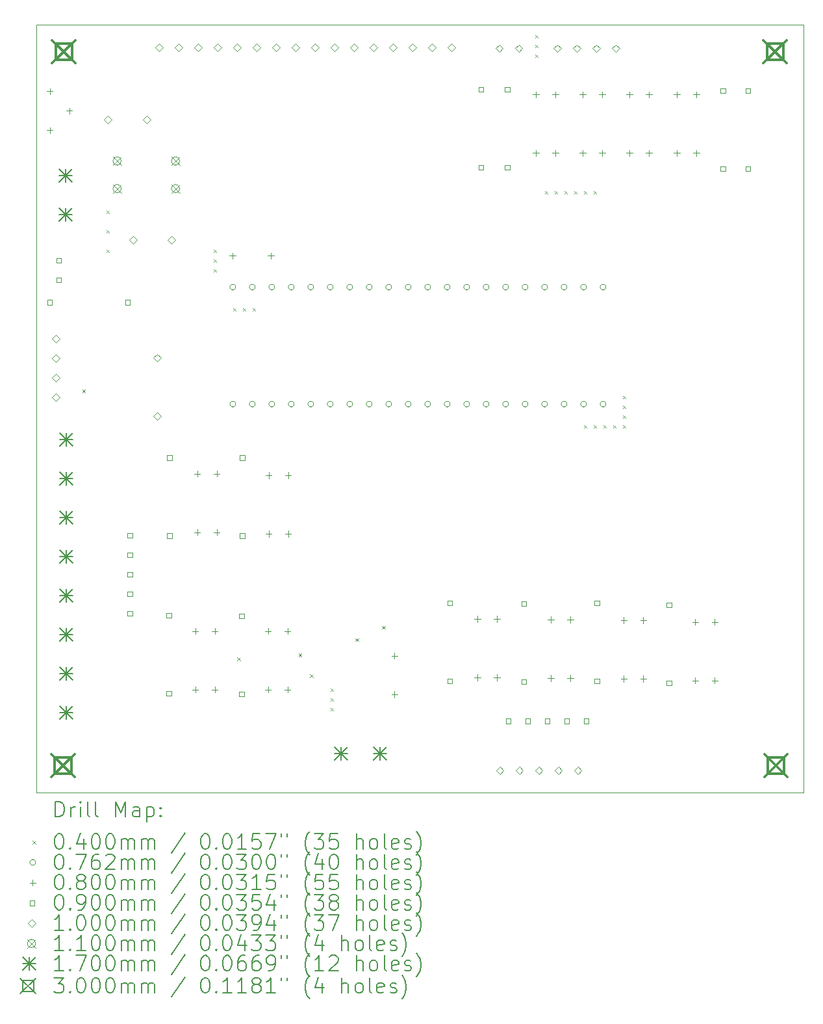
<source format=gbr>
%TF.GenerationSoftware,KiCad,Pcbnew,(6.0.8)*%
%TF.CreationDate,2023-03-03T00:45:11+05:30*%
%TF.ProjectId,STM32DryerPCB,53544d33-3244-4727-9965-725043422e6b,rev?*%
%TF.SameCoordinates,Original*%
%TF.FileFunction,Drillmap*%
%TF.FilePolarity,Positive*%
%FSLAX45Y45*%
G04 Gerber Fmt 4.5, Leading zero omitted, Abs format (unit mm)*
G04 Created by KiCad (PCBNEW (6.0.8)) date 2023-03-03 00:45:11*
%MOMM*%
%LPD*%
G01*
G04 APERTURE LIST*
%ADD10C,0.100000*%
%ADD11C,0.200000*%
%ADD12C,0.040000*%
%ADD13C,0.076200*%
%ADD14C,0.080000*%
%ADD15C,0.090000*%
%ADD16C,0.110000*%
%ADD17C,0.170000*%
%ADD18C,0.300000*%
G04 APERTURE END LIST*
D10*
X-19990000Y-4710000D02*
X-9990000Y-4710000D01*
X-9990000Y-4710000D02*
X-9990000Y-14710000D01*
X-9990000Y-14710000D02*
X-19990000Y-14710000D01*
X-19990000Y-14710000D02*
X-19990000Y-4710000D01*
D11*
D12*
X-19389250Y-9458750D02*
X-19349250Y-9498750D01*
X-19349250Y-9458750D02*
X-19389250Y-9498750D01*
X-19076000Y-7129000D02*
X-19036000Y-7169000D01*
X-19036000Y-7129000D02*
X-19076000Y-7169000D01*
X-19076000Y-7383000D02*
X-19036000Y-7423000D01*
X-19036000Y-7383000D02*
X-19076000Y-7423000D01*
X-19076000Y-7637000D02*
X-19036000Y-7677000D01*
X-19036000Y-7637000D02*
X-19076000Y-7677000D01*
X-17679000Y-7637000D02*
X-17639000Y-7677000D01*
X-17639000Y-7637000D02*
X-17679000Y-7677000D01*
X-17679000Y-7764000D02*
X-17639000Y-7804000D01*
X-17639000Y-7764000D02*
X-17679000Y-7804000D01*
X-17679000Y-7891000D02*
X-17639000Y-7931000D01*
X-17639000Y-7891000D02*
X-17679000Y-7931000D01*
X-17425000Y-8399000D02*
X-17385000Y-8439000D01*
X-17385000Y-8399000D02*
X-17425000Y-8439000D01*
X-17369250Y-12948750D02*
X-17329250Y-12988750D01*
X-17329250Y-12948750D02*
X-17369250Y-12988750D01*
X-17298000Y-8399000D02*
X-17258000Y-8439000D01*
X-17258000Y-8399000D02*
X-17298000Y-8439000D01*
X-17171000Y-8399000D02*
X-17131000Y-8439000D01*
X-17131000Y-8399000D02*
X-17171000Y-8439000D01*
X-16569250Y-12898750D02*
X-16529250Y-12938750D01*
X-16529250Y-12898750D02*
X-16569250Y-12938750D01*
X-16419250Y-13168750D02*
X-16379250Y-13208750D01*
X-16379250Y-13168750D02*
X-16419250Y-13208750D01*
X-16155000Y-13352000D02*
X-16115000Y-13392000D01*
X-16115000Y-13352000D02*
X-16155000Y-13392000D01*
X-16155000Y-13479000D02*
X-16115000Y-13519000D01*
X-16115000Y-13479000D02*
X-16155000Y-13519000D01*
X-16155000Y-13606000D02*
X-16115000Y-13646000D01*
X-16115000Y-13606000D02*
X-16155000Y-13646000D01*
X-15829250Y-12698750D02*
X-15789250Y-12738750D01*
X-15789250Y-12698750D02*
X-15829250Y-12738750D01*
X-15479250Y-12538750D02*
X-15439250Y-12578750D01*
X-15439250Y-12538750D02*
X-15479250Y-12578750D01*
X-13488000Y-4843000D02*
X-13448000Y-4883000D01*
X-13448000Y-4843000D02*
X-13488000Y-4883000D01*
X-13488000Y-4970000D02*
X-13448000Y-5010000D01*
X-13448000Y-4970000D02*
X-13488000Y-5010000D01*
X-13488000Y-5097000D02*
X-13448000Y-5137000D01*
X-13448000Y-5097000D02*
X-13488000Y-5137000D01*
X-13361000Y-6875000D02*
X-13321000Y-6915000D01*
X-13321000Y-6875000D02*
X-13361000Y-6915000D01*
X-13234000Y-6875000D02*
X-13194000Y-6915000D01*
X-13194000Y-6875000D02*
X-13234000Y-6915000D01*
X-13107000Y-6875000D02*
X-13067000Y-6915000D01*
X-13067000Y-6875000D02*
X-13107000Y-6915000D01*
X-12980000Y-6875000D02*
X-12940000Y-6915000D01*
X-12940000Y-6875000D02*
X-12980000Y-6915000D01*
X-12853000Y-6875000D02*
X-12813000Y-6915000D01*
X-12813000Y-6875000D02*
X-12853000Y-6915000D01*
X-12853000Y-9923000D02*
X-12813000Y-9963000D01*
X-12813000Y-9923000D02*
X-12853000Y-9963000D01*
X-12726000Y-6875000D02*
X-12686000Y-6915000D01*
X-12686000Y-6875000D02*
X-12726000Y-6915000D01*
X-12726000Y-9923000D02*
X-12686000Y-9963000D01*
X-12686000Y-9923000D02*
X-12726000Y-9963000D01*
X-12599000Y-9923000D02*
X-12559000Y-9963000D01*
X-12559000Y-9923000D02*
X-12599000Y-9963000D01*
X-12472000Y-9923000D02*
X-12432000Y-9963000D01*
X-12432000Y-9923000D02*
X-12472000Y-9963000D01*
X-12345000Y-9542000D02*
X-12305000Y-9582000D01*
X-12305000Y-9542000D02*
X-12345000Y-9582000D01*
X-12345000Y-9669000D02*
X-12305000Y-9709000D01*
X-12305000Y-9669000D02*
X-12345000Y-9709000D01*
X-12345000Y-9796000D02*
X-12305000Y-9836000D01*
X-12305000Y-9796000D02*
X-12345000Y-9836000D01*
X-12345000Y-9923000D02*
X-12305000Y-9963000D01*
X-12305000Y-9923000D02*
X-12345000Y-9963000D01*
D13*
X-17387650Y-8126750D02*
G75*
G03*
X-17387650Y-8126750I-38100J0D01*
G01*
X-17387650Y-9650750D02*
G75*
G03*
X-17387650Y-9650750I-38100J0D01*
G01*
X-17133650Y-8126750D02*
G75*
G03*
X-17133650Y-8126750I-38100J0D01*
G01*
X-17133650Y-9650750D02*
G75*
G03*
X-17133650Y-9650750I-38100J0D01*
G01*
X-16879650Y-8126750D02*
G75*
G03*
X-16879650Y-8126750I-38100J0D01*
G01*
X-16879650Y-9650750D02*
G75*
G03*
X-16879650Y-9650750I-38100J0D01*
G01*
X-16625650Y-8126750D02*
G75*
G03*
X-16625650Y-8126750I-38100J0D01*
G01*
X-16625650Y-9650750D02*
G75*
G03*
X-16625650Y-9650750I-38100J0D01*
G01*
X-16371650Y-8126750D02*
G75*
G03*
X-16371650Y-8126750I-38100J0D01*
G01*
X-16371650Y-9650750D02*
G75*
G03*
X-16371650Y-9650750I-38100J0D01*
G01*
X-16117650Y-8126750D02*
G75*
G03*
X-16117650Y-8126750I-38100J0D01*
G01*
X-16117650Y-9650750D02*
G75*
G03*
X-16117650Y-9650750I-38100J0D01*
G01*
X-15863650Y-8126750D02*
G75*
G03*
X-15863650Y-8126750I-38100J0D01*
G01*
X-15863650Y-9650750D02*
G75*
G03*
X-15863650Y-9650750I-38100J0D01*
G01*
X-15609650Y-8126750D02*
G75*
G03*
X-15609650Y-8126750I-38100J0D01*
G01*
X-15609650Y-9650750D02*
G75*
G03*
X-15609650Y-9650750I-38100J0D01*
G01*
X-15355650Y-8126750D02*
G75*
G03*
X-15355650Y-8126750I-38100J0D01*
G01*
X-15355650Y-9650750D02*
G75*
G03*
X-15355650Y-9650750I-38100J0D01*
G01*
X-15101650Y-8126750D02*
G75*
G03*
X-15101650Y-8126750I-38100J0D01*
G01*
X-15101650Y-9650750D02*
G75*
G03*
X-15101650Y-9650750I-38100J0D01*
G01*
X-14847650Y-8126750D02*
G75*
G03*
X-14847650Y-8126750I-38100J0D01*
G01*
X-14847650Y-9650750D02*
G75*
G03*
X-14847650Y-9650750I-38100J0D01*
G01*
X-14593650Y-8126750D02*
G75*
G03*
X-14593650Y-8126750I-38100J0D01*
G01*
X-14593650Y-9650750D02*
G75*
G03*
X-14593650Y-9650750I-38100J0D01*
G01*
X-14339650Y-8126750D02*
G75*
G03*
X-14339650Y-8126750I-38100J0D01*
G01*
X-14339650Y-9650750D02*
G75*
G03*
X-14339650Y-9650750I-38100J0D01*
G01*
X-14085650Y-8126750D02*
G75*
G03*
X-14085650Y-8126750I-38100J0D01*
G01*
X-14085650Y-9650750D02*
G75*
G03*
X-14085650Y-9650750I-38100J0D01*
G01*
X-13831650Y-8126750D02*
G75*
G03*
X-13831650Y-8126750I-38100J0D01*
G01*
X-13831650Y-9650750D02*
G75*
G03*
X-13831650Y-9650750I-38100J0D01*
G01*
X-13577650Y-8126750D02*
G75*
G03*
X-13577650Y-8126750I-38100J0D01*
G01*
X-13577650Y-9650750D02*
G75*
G03*
X-13577650Y-9650750I-38100J0D01*
G01*
X-13323650Y-8126750D02*
G75*
G03*
X-13323650Y-8126750I-38100J0D01*
G01*
X-13323650Y-9650750D02*
G75*
G03*
X-13323650Y-9650750I-38100J0D01*
G01*
X-13069650Y-8126750D02*
G75*
G03*
X-13069650Y-8126750I-38100J0D01*
G01*
X-13069650Y-9650750D02*
G75*
G03*
X-13069650Y-9650750I-38100J0D01*
G01*
X-12815650Y-8126750D02*
G75*
G03*
X-12815650Y-8126750I-38100J0D01*
G01*
X-12815650Y-9650750D02*
G75*
G03*
X-12815650Y-9650750I-38100J0D01*
G01*
X-12561650Y-8126750D02*
G75*
G03*
X-12561650Y-8126750I-38100J0D01*
G01*
X-12561650Y-9650750D02*
G75*
G03*
X-12561650Y-9650750I-38100J0D01*
G01*
D14*
X-19811750Y-5536250D02*
X-19811750Y-5616250D01*
X-19851750Y-5576250D02*
X-19771750Y-5576250D01*
X-19811750Y-6044250D02*
X-19811750Y-6124250D01*
X-19851750Y-6084250D02*
X-19771750Y-6084250D01*
X-19557750Y-5790250D02*
X-19557750Y-5870250D01*
X-19597750Y-5830250D02*
X-19517750Y-5830250D01*
X-17915750Y-12566250D02*
X-17915750Y-12646250D01*
X-17955750Y-12606250D02*
X-17875750Y-12606250D01*
X-17915750Y-13328250D02*
X-17915750Y-13408250D01*
X-17955750Y-13368250D02*
X-17875750Y-13368250D01*
X-17889250Y-10516750D02*
X-17889250Y-10596750D01*
X-17929250Y-10556750D02*
X-17849250Y-10556750D01*
X-17889250Y-11278750D02*
X-17889250Y-11358750D01*
X-17929250Y-11318750D02*
X-17849250Y-11318750D01*
X-17661750Y-12566250D02*
X-17661750Y-12646250D01*
X-17701750Y-12606250D02*
X-17621750Y-12606250D01*
X-17661750Y-13328250D02*
X-17661750Y-13408250D01*
X-17701750Y-13368250D02*
X-17621750Y-13368250D01*
X-17635250Y-10516750D02*
X-17635250Y-10596750D01*
X-17675250Y-10556750D02*
X-17595250Y-10556750D01*
X-17635250Y-11278750D02*
X-17635250Y-11358750D01*
X-17675250Y-11318750D02*
X-17595250Y-11318750D01*
X-17429250Y-7678750D02*
X-17429250Y-7758750D01*
X-17469250Y-7718750D02*
X-17389250Y-7718750D01*
X-16965750Y-12566250D02*
X-16965750Y-12646250D01*
X-17005750Y-12606250D02*
X-16925750Y-12606250D01*
X-16965750Y-13328250D02*
X-16965750Y-13408250D01*
X-17005750Y-13368250D02*
X-16925750Y-13368250D01*
X-16959250Y-10536750D02*
X-16959250Y-10616750D01*
X-16999250Y-10576750D02*
X-16919250Y-10576750D01*
X-16959250Y-11298750D02*
X-16959250Y-11378750D01*
X-16999250Y-11338750D02*
X-16919250Y-11338750D01*
X-16929250Y-7678750D02*
X-16929250Y-7758750D01*
X-16969250Y-7718750D02*
X-16889250Y-7718750D01*
X-16711750Y-12566250D02*
X-16711750Y-12646250D01*
X-16751750Y-12606250D02*
X-16671750Y-12606250D01*
X-16711750Y-13328250D02*
X-16711750Y-13408250D01*
X-16751750Y-13368250D02*
X-16671750Y-13368250D01*
X-16705250Y-10536750D02*
X-16705250Y-10616750D01*
X-16745250Y-10576750D02*
X-16665250Y-10576750D01*
X-16705250Y-11298750D02*
X-16705250Y-11378750D01*
X-16745250Y-11338750D02*
X-16665250Y-11338750D01*
X-15319250Y-12888750D02*
X-15319250Y-12968750D01*
X-15359250Y-12928750D02*
X-15279250Y-12928750D01*
X-15319250Y-13388750D02*
X-15319250Y-13468750D01*
X-15359250Y-13428750D02*
X-15279250Y-13428750D01*
X-14236750Y-12409250D02*
X-14236750Y-12489250D01*
X-14276750Y-12449250D02*
X-14196750Y-12449250D01*
X-14236750Y-13171250D02*
X-14236750Y-13251250D01*
X-14276750Y-13211250D02*
X-14196750Y-13211250D01*
X-13982750Y-12409250D02*
X-13982750Y-12489250D01*
X-14022750Y-12449250D02*
X-13942750Y-12449250D01*
X-13982750Y-13171250D02*
X-13982750Y-13251250D01*
X-14022750Y-13211250D02*
X-13942750Y-13211250D01*
X-13476750Y-5579250D02*
X-13476750Y-5659250D01*
X-13516750Y-5619250D02*
X-13436750Y-5619250D01*
X-13476750Y-6341250D02*
X-13476750Y-6421250D01*
X-13516750Y-6381250D02*
X-13436750Y-6381250D01*
X-13279250Y-12416750D02*
X-13279250Y-12496750D01*
X-13319250Y-12456750D02*
X-13239250Y-12456750D01*
X-13279250Y-13178750D02*
X-13279250Y-13258750D01*
X-13319250Y-13218750D02*
X-13239250Y-13218750D01*
X-13222750Y-5579250D02*
X-13222750Y-5659250D01*
X-13262750Y-5619250D02*
X-13182750Y-5619250D01*
X-13222750Y-6341250D02*
X-13222750Y-6421250D01*
X-13262750Y-6381250D02*
X-13182750Y-6381250D01*
X-13025250Y-12416750D02*
X-13025250Y-12496750D01*
X-13065250Y-12456750D02*
X-12985250Y-12456750D01*
X-13025250Y-13178750D02*
X-13025250Y-13258750D01*
X-13065250Y-13218750D02*
X-12985250Y-13218750D01*
X-12866750Y-5579250D02*
X-12866750Y-5659250D01*
X-12906750Y-5619250D02*
X-12826750Y-5619250D01*
X-12866750Y-6341250D02*
X-12866750Y-6421250D01*
X-12906750Y-6381250D02*
X-12826750Y-6381250D01*
X-12612750Y-5579250D02*
X-12612750Y-5659250D01*
X-12652750Y-5619250D02*
X-12572750Y-5619250D01*
X-12612750Y-6341250D02*
X-12612750Y-6421250D01*
X-12652750Y-6381250D02*
X-12572750Y-6381250D01*
X-12329250Y-12426750D02*
X-12329250Y-12506750D01*
X-12369250Y-12466750D02*
X-12289250Y-12466750D01*
X-12329250Y-13188750D02*
X-12329250Y-13268750D01*
X-12369250Y-13228750D02*
X-12289250Y-13228750D01*
X-12256750Y-5579250D02*
X-12256750Y-5659250D01*
X-12296750Y-5619250D02*
X-12216750Y-5619250D01*
X-12256750Y-6341250D02*
X-12256750Y-6421250D01*
X-12296750Y-6381250D02*
X-12216750Y-6381250D01*
X-12075250Y-12426750D02*
X-12075250Y-12506750D01*
X-12115250Y-12466750D02*
X-12035250Y-12466750D01*
X-12075250Y-13188750D02*
X-12075250Y-13268750D01*
X-12115250Y-13228750D02*
X-12035250Y-13228750D01*
X-12002750Y-5579250D02*
X-12002750Y-5659250D01*
X-12042750Y-5619250D02*
X-11962750Y-5619250D01*
X-12002750Y-6341250D02*
X-12002750Y-6421250D01*
X-12042750Y-6381250D02*
X-11962750Y-6381250D01*
X-11636750Y-5579250D02*
X-11636750Y-5659250D01*
X-11676750Y-5619250D02*
X-11596750Y-5619250D01*
X-11636750Y-6341250D02*
X-11636750Y-6421250D01*
X-11676750Y-6381250D02*
X-11596750Y-6381250D01*
X-11399250Y-12446750D02*
X-11399250Y-12526750D01*
X-11439250Y-12486750D02*
X-11359250Y-12486750D01*
X-11399250Y-13208750D02*
X-11399250Y-13288750D01*
X-11439250Y-13248750D02*
X-11359250Y-13248750D01*
X-11382750Y-5579250D02*
X-11382750Y-5659250D01*
X-11422750Y-5619250D02*
X-11342750Y-5619250D01*
X-11382750Y-6341250D02*
X-11382750Y-6421250D01*
X-11422750Y-6381250D02*
X-11342750Y-6381250D01*
X-11145250Y-12446750D02*
X-11145250Y-12526750D01*
X-11185250Y-12486750D02*
X-11105250Y-12486750D01*
X-11145250Y-13208750D02*
X-11145250Y-13288750D01*
X-11185250Y-13248750D02*
X-11105250Y-13248750D01*
D15*
X-19779430Y-8356570D02*
X-19779430Y-8292930D01*
X-19843070Y-8292930D01*
X-19843070Y-8356570D01*
X-19779430Y-8356570D01*
X-19661430Y-7809070D02*
X-19661430Y-7745430D01*
X-19725070Y-7745430D01*
X-19725070Y-7809070D01*
X-19661430Y-7809070D01*
X-19661430Y-8063070D02*
X-19661430Y-7999430D01*
X-19725070Y-7999430D01*
X-19725070Y-8063070D01*
X-19661430Y-8063070D01*
X-18763430Y-8356570D02*
X-18763430Y-8292930D01*
X-18827070Y-8292930D01*
X-18827070Y-8356570D01*
X-18763430Y-8356570D01*
X-18737430Y-11390570D02*
X-18737430Y-11326930D01*
X-18801070Y-11326930D01*
X-18801070Y-11390570D01*
X-18737430Y-11390570D01*
X-18737430Y-11644570D02*
X-18737430Y-11580930D01*
X-18801070Y-11580930D01*
X-18801070Y-11644570D01*
X-18737430Y-11644570D01*
X-18737430Y-11898570D02*
X-18737430Y-11834930D01*
X-18801070Y-11834930D01*
X-18801070Y-11898570D01*
X-18737430Y-11898570D01*
X-18737430Y-12152570D02*
X-18737430Y-12088930D01*
X-18801070Y-12088930D01*
X-18801070Y-12152570D01*
X-18737430Y-12152570D01*
X-18737430Y-12406570D02*
X-18737430Y-12342930D01*
X-18801070Y-12342930D01*
X-18801070Y-12406570D01*
X-18737430Y-12406570D01*
X-18227430Y-12432570D02*
X-18227430Y-12368930D01*
X-18291070Y-12368930D01*
X-18291070Y-12432570D01*
X-18227430Y-12432570D01*
X-18227430Y-13448570D02*
X-18227430Y-13384930D01*
X-18291070Y-13384930D01*
X-18291070Y-13448570D01*
X-18227430Y-13448570D01*
X-18219930Y-10380070D02*
X-18219930Y-10316430D01*
X-18283570Y-10316430D01*
X-18283570Y-10380070D01*
X-18219930Y-10380070D01*
X-18219930Y-11396070D02*
X-18219930Y-11332430D01*
X-18283570Y-11332430D01*
X-18283570Y-11396070D01*
X-18219930Y-11396070D01*
X-17277430Y-12440570D02*
X-17277430Y-12376930D01*
X-17341070Y-12376930D01*
X-17341070Y-12440570D01*
X-17277430Y-12440570D01*
X-17277430Y-13456570D02*
X-17277430Y-13392930D01*
X-17341070Y-13392930D01*
X-17341070Y-13456570D01*
X-17277430Y-13456570D01*
X-17269930Y-10382070D02*
X-17269930Y-10318430D01*
X-17333570Y-10318430D01*
X-17333570Y-10382070D01*
X-17269930Y-10382070D01*
X-17269930Y-11398070D02*
X-17269930Y-11334430D01*
X-17333570Y-11334430D01*
X-17333570Y-11398070D01*
X-17269930Y-11398070D01*
X-14567430Y-12274570D02*
X-14567430Y-12210930D01*
X-14631070Y-12210930D01*
X-14631070Y-12274570D01*
X-14567430Y-12274570D01*
X-14567430Y-13290570D02*
X-14567430Y-13226930D01*
X-14631070Y-13226930D01*
X-14631070Y-13290570D01*
X-14567430Y-13290570D01*
X-14157430Y-5582570D02*
X-14157430Y-5518930D01*
X-14221070Y-5518930D01*
X-14221070Y-5582570D01*
X-14157430Y-5582570D01*
X-14157430Y-6598570D02*
X-14157430Y-6534930D01*
X-14221070Y-6534930D01*
X-14221070Y-6598570D01*
X-14157430Y-6598570D01*
X-13817430Y-5582570D02*
X-13817430Y-5518930D01*
X-13881070Y-5518930D01*
X-13881070Y-5582570D01*
X-13817430Y-5582570D01*
X-13817430Y-6598570D02*
X-13817430Y-6534930D01*
X-13881070Y-6534930D01*
X-13881070Y-6598570D01*
X-13817430Y-6598570D01*
X-13803430Y-13810570D02*
X-13803430Y-13746930D01*
X-13867070Y-13746930D01*
X-13867070Y-13810570D01*
X-13803430Y-13810570D01*
X-13599930Y-12282070D02*
X-13599930Y-12218430D01*
X-13663570Y-12218430D01*
X-13663570Y-12282070D01*
X-13599930Y-12282070D01*
X-13599930Y-13298070D02*
X-13599930Y-13234430D01*
X-13663570Y-13234430D01*
X-13663570Y-13298070D01*
X-13599930Y-13298070D01*
X-13549430Y-13810570D02*
X-13549430Y-13746930D01*
X-13613070Y-13746930D01*
X-13613070Y-13810570D01*
X-13549430Y-13810570D01*
X-13295430Y-13810570D02*
X-13295430Y-13746930D01*
X-13359070Y-13746930D01*
X-13359070Y-13810570D01*
X-13295430Y-13810570D01*
X-13041430Y-13810570D02*
X-13041430Y-13746930D01*
X-13105070Y-13746930D01*
X-13105070Y-13810570D01*
X-13041430Y-13810570D01*
X-12787430Y-13810570D02*
X-12787430Y-13746930D01*
X-12851070Y-13746930D01*
X-12851070Y-13810570D01*
X-12787430Y-13810570D01*
X-12649930Y-12272070D02*
X-12649930Y-12208430D01*
X-12713570Y-12208430D01*
X-12713570Y-12272070D01*
X-12649930Y-12272070D01*
X-12649930Y-13288070D02*
X-12649930Y-13224430D01*
X-12713570Y-13224430D01*
X-12713570Y-13288070D01*
X-12649930Y-13288070D01*
X-11709930Y-12300070D02*
X-11709930Y-12236430D01*
X-11773570Y-12236430D01*
X-11773570Y-12300070D01*
X-11709930Y-12300070D01*
X-11709930Y-13316070D02*
X-11709930Y-13252430D01*
X-11773570Y-13252430D01*
X-11773570Y-13316070D01*
X-11709930Y-13316070D01*
X-11007430Y-5602570D02*
X-11007430Y-5538930D01*
X-11071070Y-5538930D01*
X-11071070Y-5602570D01*
X-11007430Y-5602570D01*
X-11007430Y-6618570D02*
X-11007430Y-6554930D01*
X-11071070Y-6554930D01*
X-11071070Y-6618570D01*
X-11007430Y-6618570D01*
X-10677430Y-5602570D02*
X-10677430Y-5538930D01*
X-10741070Y-5538930D01*
X-10741070Y-5602570D01*
X-10677430Y-5602570D01*
X-10677430Y-6618570D02*
X-10677430Y-6554930D01*
X-10741070Y-6554930D01*
X-10741070Y-6618570D01*
X-10677430Y-6618570D01*
D10*
X-19729250Y-8848750D02*
X-19679250Y-8798750D01*
X-19729250Y-8748750D01*
X-19779250Y-8798750D01*
X-19729250Y-8848750D01*
X-19729250Y-9102750D02*
X-19679250Y-9052750D01*
X-19729250Y-9002750D01*
X-19779250Y-9052750D01*
X-19729250Y-9102750D01*
X-19729250Y-9356750D02*
X-19679250Y-9306750D01*
X-19729250Y-9256750D01*
X-19779250Y-9306750D01*
X-19729250Y-9356750D01*
X-19729250Y-9610750D02*
X-19679250Y-9560750D01*
X-19729250Y-9510750D01*
X-19779250Y-9560750D01*
X-19729250Y-9610750D01*
X-19057250Y-5994750D02*
X-19007250Y-5944750D01*
X-19057250Y-5894750D01*
X-19107250Y-5944750D01*
X-19057250Y-5994750D01*
X-18723250Y-7564750D02*
X-18673250Y-7514750D01*
X-18723250Y-7464750D01*
X-18773250Y-7514750D01*
X-18723250Y-7564750D01*
X-18549250Y-5995750D02*
X-18499250Y-5945750D01*
X-18549250Y-5895750D01*
X-18599250Y-5945750D01*
X-18549250Y-5995750D01*
X-18409250Y-9098750D02*
X-18359250Y-9048750D01*
X-18409250Y-8998750D01*
X-18459250Y-9048750D01*
X-18409250Y-9098750D01*
X-18409250Y-9858750D02*
X-18359250Y-9808750D01*
X-18409250Y-9758750D01*
X-18459250Y-9808750D01*
X-18409250Y-9858750D01*
X-18389250Y-5058750D02*
X-18339250Y-5008750D01*
X-18389250Y-4958750D01*
X-18439250Y-5008750D01*
X-18389250Y-5058750D01*
X-18223250Y-7564750D02*
X-18173250Y-7514750D01*
X-18223250Y-7464750D01*
X-18273250Y-7514750D01*
X-18223250Y-7564750D01*
X-18135250Y-5058750D02*
X-18085250Y-5008750D01*
X-18135250Y-4958750D01*
X-18185250Y-5008750D01*
X-18135250Y-5058750D01*
X-17881250Y-5058750D02*
X-17831250Y-5008750D01*
X-17881250Y-4958750D01*
X-17931250Y-5008750D01*
X-17881250Y-5058750D01*
X-17627250Y-5058750D02*
X-17577250Y-5008750D01*
X-17627250Y-4958750D01*
X-17677250Y-5008750D01*
X-17627250Y-5058750D01*
X-17373250Y-5058750D02*
X-17323250Y-5008750D01*
X-17373250Y-4958750D01*
X-17423250Y-5008750D01*
X-17373250Y-5058750D01*
X-17119250Y-5058750D02*
X-17069250Y-5008750D01*
X-17119250Y-4958750D01*
X-17169250Y-5008750D01*
X-17119250Y-5058750D01*
X-16865250Y-5058750D02*
X-16815250Y-5008750D01*
X-16865250Y-4958750D01*
X-16915250Y-5008750D01*
X-16865250Y-5058750D01*
X-16611250Y-5058750D02*
X-16561250Y-5008750D01*
X-16611250Y-4958750D01*
X-16661250Y-5008750D01*
X-16611250Y-5058750D01*
X-16357250Y-5058750D02*
X-16307250Y-5008750D01*
X-16357250Y-4958750D01*
X-16407250Y-5008750D01*
X-16357250Y-5058750D01*
X-16103250Y-5058750D02*
X-16053250Y-5008750D01*
X-16103250Y-4958750D01*
X-16153250Y-5008750D01*
X-16103250Y-5058750D01*
X-15849250Y-5058750D02*
X-15799250Y-5008750D01*
X-15849250Y-4958750D01*
X-15899250Y-5008750D01*
X-15849250Y-5058750D01*
X-15595250Y-5058750D02*
X-15545250Y-5008750D01*
X-15595250Y-4958750D01*
X-15645250Y-5008750D01*
X-15595250Y-5058750D01*
X-15341250Y-5058750D02*
X-15291250Y-5008750D01*
X-15341250Y-4958750D01*
X-15391250Y-5008750D01*
X-15341250Y-5058750D01*
X-15087250Y-5058750D02*
X-15037250Y-5008750D01*
X-15087250Y-4958750D01*
X-15137250Y-5008750D01*
X-15087250Y-5058750D01*
X-14833250Y-5058750D02*
X-14783250Y-5008750D01*
X-14833250Y-4958750D01*
X-14883250Y-5008750D01*
X-14833250Y-5058750D01*
X-14579250Y-5058750D02*
X-14529250Y-5008750D01*
X-14579250Y-4958750D01*
X-14629250Y-5008750D01*
X-14579250Y-5058750D01*
X-13953250Y-5068750D02*
X-13903250Y-5018750D01*
X-13953250Y-4968750D01*
X-14003250Y-5018750D01*
X-13953250Y-5068750D01*
X-13945250Y-14468750D02*
X-13895250Y-14418750D01*
X-13945250Y-14368750D01*
X-13995250Y-14418750D01*
X-13945250Y-14468750D01*
X-13699250Y-5068750D02*
X-13649250Y-5018750D01*
X-13699250Y-4968750D01*
X-13749250Y-5018750D01*
X-13699250Y-5068750D01*
X-13691250Y-14468750D02*
X-13641250Y-14418750D01*
X-13691250Y-14368750D01*
X-13741250Y-14418750D01*
X-13691250Y-14468750D01*
X-13437250Y-14468750D02*
X-13387250Y-14418750D01*
X-13437250Y-14368750D01*
X-13487250Y-14418750D01*
X-13437250Y-14468750D01*
X-13199250Y-5068750D02*
X-13149250Y-5018750D01*
X-13199250Y-4968750D01*
X-13249250Y-5018750D01*
X-13199250Y-5068750D01*
X-13183250Y-14468750D02*
X-13133250Y-14418750D01*
X-13183250Y-14368750D01*
X-13233250Y-14418750D01*
X-13183250Y-14468750D01*
X-12945250Y-5068750D02*
X-12895250Y-5018750D01*
X-12945250Y-4968750D01*
X-12995250Y-5018750D01*
X-12945250Y-5068750D01*
X-12929250Y-14468750D02*
X-12879250Y-14418750D01*
X-12929250Y-14368750D01*
X-12979250Y-14418750D01*
X-12929250Y-14468750D01*
X-12691250Y-5068750D02*
X-12641250Y-5018750D01*
X-12691250Y-4968750D01*
X-12741250Y-5018750D01*
X-12691250Y-5068750D01*
X-12437250Y-5068750D02*
X-12387250Y-5018750D01*
X-12437250Y-4968750D01*
X-12487250Y-5018750D01*
X-12437250Y-5068750D01*
D16*
X-18989250Y-6429750D02*
X-18879250Y-6539750D01*
X-18879250Y-6429750D02*
X-18989250Y-6539750D01*
X-18879250Y-6484750D02*
G75*
G03*
X-18879250Y-6484750I-55000J0D01*
G01*
X-18989250Y-6789750D02*
X-18879250Y-6899750D01*
X-18879250Y-6789750D02*
X-18989250Y-6899750D01*
X-18879250Y-6844750D02*
G75*
G03*
X-18879250Y-6844750I-55000J0D01*
G01*
X-18227250Y-6429750D02*
X-18117250Y-6539750D01*
X-18117250Y-6429750D02*
X-18227250Y-6539750D01*
X-18117250Y-6484750D02*
G75*
G03*
X-18117250Y-6484750I-55000J0D01*
G01*
X-18227250Y-6789750D02*
X-18117250Y-6899750D01*
X-18117250Y-6789750D02*
X-18227250Y-6899750D01*
X-18117250Y-6844750D02*
G75*
G03*
X-18117250Y-6844750I-55000J0D01*
G01*
D17*
X-19692500Y-6587500D02*
X-19522500Y-6757500D01*
X-19522500Y-6587500D02*
X-19692500Y-6757500D01*
X-19607500Y-6587500D02*
X-19607500Y-6757500D01*
X-19692500Y-6672500D02*
X-19522500Y-6672500D01*
X-19692500Y-7095500D02*
X-19522500Y-7265500D01*
X-19522500Y-7095500D02*
X-19692500Y-7265500D01*
X-19607500Y-7095500D02*
X-19607500Y-7265500D01*
X-19692500Y-7180500D02*
X-19522500Y-7180500D01*
X-19684250Y-10023750D02*
X-19514250Y-10193750D01*
X-19514250Y-10023750D02*
X-19684250Y-10193750D01*
X-19599250Y-10023750D02*
X-19599250Y-10193750D01*
X-19684250Y-10108750D02*
X-19514250Y-10108750D01*
X-19684250Y-10531750D02*
X-19514250Y-10701750D01*
X-19514250Y-10531750D02*
X-19684250Y-10701750D01*
X-19599250Y-10531750D02*
X-19599250Y-10701750D01*
X-19684250Y-10616750D02*
X-19514250Y-10616750D01*
X-19684250Y-11039750D02*
X-19514250Y-11209750D01*
X-19514250Y-11039750D02*
X-19684250Y-11209750D01*
X-19599250Y-11039750D02*
X-19599250Y-11209750D01*
X-19684250Y-11124750D02*
X-19514250Y-11124750D01*
X-19684250Y-11547750D02*
X-19514250Y-11717750D01*
X-19514250Y-11547750D02*
X-19684250Y-11717750D01*
X-19599250Y-11547750D02*
X-19599250Y-11717750D01*
X-19684250Y-11632750D02*
X-19514250Y-11632750D01*
X-19684250Y-12055750D02*
X-19514250Y-12225750D01*
X-19514250Y-12055750D02*
X-19684250Y-12225750D01*
X-19599250Y-12055750D02*
X-19599250Y-12225750D01*
X-19684250Y-12140750D02*
X-19514250Y-12140750D01*
X-19684250Y-12563750D02*
X-19514250Y-12733750D01*
X-19514250Y-12563750D02*
X-19684250Y-12733750D01*
X-19599250Y-12563750D02*
X-19599250Y-12733750D01*
X-19684250Y-12648750D02*
X-19514250Y-12648750D01*
X-19684250Y-13071750D02*
X-19514250Y-13241750D01*
X-19514250Y-13071750D02*
X-19684250Y-13241750D01*
X-19599250Y-13071750D02*
X-19599250Y-13241750D01*
X-19684250Y-13156750D02*
X-19514250Y-13156750D01*
X-19684250Y-13579750D02*
X-19514250Y-13749750D01*
X-19514250Y-13579750D02*
X-19684250Y-13749750D01*
X-19599250Y-13579750D02*
X-19599250Y-13749750D01*
X-19684250Y-13664750D02*
X-19514250Y-13664750D01*
X-16100000Y-14119500D02*
X-15930000Y-14289500D01*
X-15930000Y-14119500D02*
X-16100000Y-14289500D01*
X-16015000Y-14119500D02*
X-16015000Y-14289500D01*
X-16100000Y-14204500D02*
X-15930000Y-14204500D01*
X-15592000Y-14119500D02*
X-15422000Y-14289500D01*
X-15422000Y-14119500D02*
X-15592000Y-14289500D01*
X-15507000Y-14119500D02*
X-15507000Y-14289500D01*
X-15592000Y-14204500D02*
X-15422000Y-14204500D01*
D18*
X-19789250Y-14210000D02*
X-19489250Y-14510000D01*
X-19489250Y-14210000D02*
X-19789250Y-14510000D01*
X-19533183Y-14466067D02*
X-19533183Y-14253933D01*
X-19745317Y-14253933D01*
X-19745317Y-14466067D01*
X-19533183Y-14466067D01*
X-19780000Y-4910000D02*
X-19480000Y-5210000D01*
X-19480000Y-4910000D02*
X-19780000Y-5210000D01*
X-19523933Y-5166067D02*
X-19523933Y-4953933D01*
X-19736067Y-4953933D01*
X-19736067Y-5166067D01*
X-19523933Y-5166067D01*
X-10509250Y-4910000D02*
X-10209250Y-5210000D01*
X-10209250Y-4910000D02*
X-10509250Y-5210000D01*
X-10253183Y-5166067D02*
X-10253183Y-4953933D01*
X-10465317Y-4953933D01*
X-10465317Y-5166067D01*
X-10253183Y-5166067D01*
X-10495000Y-14210000D02*
X-10195000Y-14510000D01*
X-10195000Y-14210000D02*
X-10495000Y-14510000D01*
X-10238933Y-14466067D02*
X-10238933Y-14253933D01*
X-10451067Y-14253933D01*
X-10451067Y-14466067D01*
X-10238933Y-14466067D01*
D11*
X-19737381Y-15025476D02*
X-19737381Y-14825476D01*
X-19689762Y-14825476D01*
X-19661190Y-14835000D01*
X-19642143Y-14854048D01*
X-19632619Y-14873095D01*
X-19623095Y-14911190D01*
X-19623095Y-14939762D01*
X-19632619Y-14977857D01*
X-19642143Y-14996905D01*
X-19661190Y-15015952D01*
X-19689762Y-15025476D01*
X-19737381Y-15025476D01*
X-19537381Y-15025476D02*
X-19537381Y-14892143D01*
X-19537381Y-14930238D02*
X-19527857Y-14911190D01*
X-19518333Y-14901667D01*
X-19499286Y-14892143D01*
X-19480238Y-14892143D01*
X-19413571Y-15025476D02*
X-19413571Y-14892143D01*
X-19413571Y-14825476D02*
X-19423095Y-14835000D01*
X-19413571Y-14844524D01*
X-19404048Y-14835000D01*
X-19413571Y-14825476D01*
X-19413571Y-14844524D01*
X-19289762Y-15025476D02*
X-19308810Y-15015952D01*
X-19318333Y-14996905D01*
X-19318333Y-14825476D01*
X-19185000Y-15025476D02*
X-19204048Y-15015952D01*
X-19213571Y-14996905D01*
X-19213571Y-14825476D01*
X-18956429Y-15025476D02*
X-18956429Y-14825476D01*
X-18889762Y-14968333D01*
X-18823095Y-14825476D01*
X-18823095Y-15025476D01*
X-18642143Y-15025476D02*
X-18642143Y-14920714D01*
X-18651667Y-14901667D01*
X-18670714Y-14892143D01*
X-18708810Y-14892143D01*
X-18727857Y-14901667D01*
X-18642143Y-15015952D02*
X-18661190Y-15025476D01*
X-18708810Y-15025476D01*
X-18727857Y-15015952D01*
X-18737381Y-14996905D01*
X-18737381Y-14977857D01*
X-18727857Y-14958809D01*
X-18708810Y-14949286D01*
X-18661190Y-14949286D01*
X-18642143Y-14939762D01*
X-18546905Y-14892143D02*
X-18546905Y-15092143D01*
X-18546905Y-14901667D02*
X-18527857Y-14892143D01*
X-18489762Y-14892143D01*
X-18470714Y-14901667D01*
X-18461190Y-14911190D01*
X-18451667Y-14930238D01*
X-18451667Y-14987381D01*
X-18461190Y-15006428D01*
X-18470714Y-15015952D01*
X-18489762Y-15025476D01*
X-18527857Y-15025476D01*
X-18546905Y-15015952D01*
X-18365952Y-15006428D02*
X-18356429Y-15015952D01*
X-18365952Y-15025476D01*
X-18375476Y-15015952D01*
X-18365952Y-15006428D01*
X-18365952Y-15025476D01*
X-18365952Y-14901667D02*
X-18356429Y-14911190D01*
X-18365952Y-14920714D01*
X-18375476Y-14911190D01*
X-18365952Y-14901667D01*
X-18365952Y-14920714D01*
D12*
X-20035000Y-15335000D02*
X-19995000Y-15375000D01*
X-19995000Y-15335000D02*
X-20035000Y-15375000D01*
D11*
X-19699286Y-15245476D02*
X-19680238Y-15245476D01*
X-19661190Y-15255000D01*
X-19651667Y-15264524D01*
X-19642143Y-15283571D01*
X-19632619Y-15321667D01*
X-19632619Y-15369286D01*
X-19642143Y-15407381D01*
X-19651667Y-15426428D01*
X-19661190Y-15435952D01*
X-19680238Y-15445476D01*
X-19699286Y-15445476D01*
X-19718333Y-15435952D01*
X-19727857Y-15426428D01*
X-19737381Y-15407381D01*
X-19746905Y-15369286D01*
X-19746905Y-15321667D01*
X-19737381Y-15283571D01*
X-19727857Y-15264524D01*
X-19718333Y-15255000D01*
X-19699286Y-15245476D01*
X-19546905Y-15426428D02*
X-19537381Y-15435952D01*
X-19546905Y-15445476D01*
X-19556429Y-15435952D01*
X-19546905Y-15426428D01*
X-19546905Y-15445476D01*
X-19365952Y-15312143D02*
X-19365952Y-15445476D01*
X-19413571Y-15235952D02*
X-19461190Y-15378809D01*
X-19337381Y-15378809D01*
X-19223095Y-15245476D02*
X-19204048Y-15245476D01*
X-19185000Y-15255000D01*
X-19175476Y-15264524D01*
X-19165952Y-15283571D01*
X-19156429Y-15321667D01*
X-19156429Y-15369286D01*
X-19165952Y-15407381D01*
X-19175476Y-15426428D01*
X-19185000Y-15435952D01*
X-19204048Y-15445476D01*
X-19223095Y-15445476D01*
X-19242143Y-15435952D01*
X-19251667Y-15426428D01*
X-19261190Y-15407381D01*
X-19270714Y-15369286D01*
X-19270714Y-15321667D01*
X-19261190Y-15283571D01*
X-19251667Y-15264524D01*
X-19242143Y-15255000D01*
X-19223095Y-15245476D01*
X-19032619Y-15245476D02*
X-19013571Y-15245476D01*
X-18994524Y-15255000D01*
X-18985000Y-15264524D01*
X-18975476Y-15283571D01*
X-18965952Y-15321667D01*
X-18965952Y-15369286D01*
X-18975476Y-15407381D01*
X-18985000Y-15426428D01*
X-18994524Y-15435952D01*
X-19013571Y-15445476D01*
X-19032619Y-15445476D01*
X-19051667Y-15435952D01*
X-19061190Y-15426428D01*
X-19070714Y-15407381D01*
X-19080238Y-15369286D01*
X-19080238Y-15321667D01*
X-19070714Y-15283571D01*
X-19061190Y-15264524D01*
X-19051667Y-15255000D01*
X-19032619Y-15245476D01*
X-18880238Y-15445476D02*
X-18880238Y-15312143D01*
X-18880238Y-15331190D02*
X-18870714Y-15321667D01*
X-18851667Y-15312143D01*
X-18823095Y-15312143D01*
X-18804048Y-15321667D01*
X-18794524Y-15340714D01*
X-18794524Y-15445476D01*
X-18794524Y-15340714D02*
X-18785000Y-15321667D01*
X-18765952Y-15312143D01*
X-18737381Y-15312143D01*
X-18718333Y-15321667D01*
X-18708810Y-15340714D01*
X-18708810Y-15445476D01*
X-18613571Y-15445476D02*
X-18613571Y-15312143D01*
X-18613571Y-15331190D02*
X-18604048Y-15321667D01*
X-18585000Y-15312143D01*
X-18556429Y-15312143D01*
X-18537381Y-15321667D01*
X-18527857Y-15340714D01*
X-18527857Y-15445476D01*
X-18527857Y-15340714D02*
X-18518333Y-15321667D01*
X-18499286Y-15312143D01*
X-18470714Y-15312143D01*
X-18451667Y-15321667D01*
X-18442143Y-15340714D01*
X-18442143Y-15445476D01*
X-18051667Y-15235952D02*
X-18223095Y-15493095D01*
X-17794524Y-15245476D02*
X-17775476Y-15245476D01*
X-17756429Y-15255000D01*
X-17746905Y-15264524D01*
X-17737381Y-15283571D01*
X-17727857Y-15321667D01*
X-17727857Y-15369286D01*
X-17737381Y-15407381D01*
X-17746905Y-15426428D01*
X-17756429Y-15435952D01*
X-17775476Y-15445476D01*
X-17794524Y-15445476D01*
X-17813571Y-15435952D01*
X-17823095Y-15426428D01*
X-17832619Y-15407381D01*
X-17842143Y-15369286D01*
X-17842143Y-15321667D01*
X-17832619Y-15283571D01*
X-17823095Y-15264524D01*
X-17813571Y-15255000D01*
X-17794524Y-15245476D01*
X-17642143Y-15426428D02*
X-17632619Y-15435952D01*
X-17642143Y-15445476D01*
X-17651667Y-15435952D01*
X-17642143Y-15426428D01*
X-17642143Y-15445476D01*
X-17508810Y-15245476D02*
X-17489762Y-15245476D01*
X-17470714Y-15255000D01*
X-17461190Y-15264524D01*
X-17451667Y-15283571D01*
X-17442143Y-15321667D01*
X-17442143Y-15369286D01*
X-17451667Y-15407381D01*
X-17461190Y-15426428D01*
X-17470714Y-15435952D01*
X-17489762Y-15445476D01*
X-17508810Y-15445476D01*
X-17527857Y-15435952D01*
X-17537381Y-15426428D01*
X-17546905Y-15407381D01*
X-17556429Y-15369286D01*
X-17556429Y-15321667D01*
X-17546905Y-15283571D01*
X-17537381Y-15264524D01*
X-17527857Y-15255000D01*
X-17508810Y-15245476D01*
X-17251667Y-15445476D02*
X-17365952Y-15445476D01*
X-17308810Y-15445476D02*
X-17308810Y-15245476D01*
X-17327857Y-15274048D01*
X-17346905Y-15293095D01*
X-17365952Y-15302619D01*
X-17070714Y-15245476D02*
X-17165952Y-15245476D01*
X-17175476Y-15340714D01*
X-17165952Y-15331190D01*
X-17146905Y-15321667D01*
X-17099286Y-15321667D01*
X-17080238Y-15331190D01*
X-17070714Y-15340714D01*
X-17061190Y-15359762D01*
X-17061190Y-15407381D01*
X-17070714Y-15426428D01*
X-17080238Y-15435952D01*
X-17099286Y-15445476D01*
X-17146905Y-15445476D01*
X-17165952Y-15435952D01*
X-17175476Y-15426428D01*
X-16994524Y-15245476D02*
X-16861190Y-15245476D01*
X-16946905Y-15445476D01*
X-16794524Y-15245476D02*
X-16794524Y-15283571D01*
X-16718333Y-15245476D02*
X-16718333Y-15283571D01*
X-16423095Y-15521667D02*
X-16432619Y-15512143D01*
X-16451667Y-15483571D01*
X-16461190Y-15464524D01*
X-16470714Y-15435952D01*
X-16480238Y-15388333D01*
X-16480238Y-15350238D01*
X-16470714Y-15302619D01*
X-16461190Y-15274048D01*
X-16451667Y-15255000D01*
X-16432619Y-15226428D01*
X-16423095Y-15216905D01*
X-16365952Y-15245476D02*
X-16242143Y-15245476D01*
X-16308809Y-15321667D01*
X-16280238Y-15321667D01*
X-16261190Y-15331190D01*
X-16251667Y-15340714D01*
X-16242143Y-15359762D01*
X-16242143Y-15407381D01*
X-16251667Y-15426428D01*
X-16261190Y-15435952D01*
X-16280238Y-15445476D01*
X-16337381Y-15445476D01*
X-16356428Y-15435952D01*
X-16365952Y-15426428D01*
X-16061190Y-15245476D02*
X-16156428Y-15245476D01*
X-16165952Y-15340714D01*
X-16156428Y-15331190D01*
X-16137381Y-15321667D01*
X-16089762Y-15321667D01*
X-16070714Y-15331190D01*
X-16061190Y-15340714D01*
X-16051667Y-15359762D01*
X-16051667Y-15407381D01*
X-16061190Y-15426428D01*
X-16070714Y-15435952D01*
X-16089762Y-15445476D01*
X-16137381Y-15445476D01*
X-16156428Y-15435952D01*
X-16165952Y-15426428D01*
X-15813571Y-15445476D02*
X-15813571Y-15245476D01*
X-15727857Y-15445476D02*
X-15727857Y-15340714D01*
X-15737381Y-15321667D01*
X-15756428Y-15312143D01*
X-15785000Y-15312143D01*
X-15804048Y-15321667D01*
X-15813571Y-15331190D01*
X-15604048Y-15445476D02*
X-15623095Y-15435952D01*
X-15632619Y-15426428D01*
X-15642143Y-15407381D01*
X-15642143Y-15350238D01*
X-15632619Y-15331190D01*
X-15623095Y-15321667D01*
X-15604048Y-15312143D01*
X-15575476Y-15312143D01*
X-15556428Y-15321667D01*
X-15546905Y-15331190D01*
X-15537381Y-15350238D01*
X-15537381Y-15407381D01*
X-15546905Y-15426428D01*
X-15556428Y-15435952D01*
X-15575476Y-15445476D01*
X-15604048Y-15445476D01*
X-15423095Y-15445476D02*
X-15442143Y-15435952D01*
X-15451667Y-15416905D01*
X-15451667Y-15245476D01*
X-15270714Y-15435952D02*
X-15289762Y-15445476D01*
X-15327857Y-15445476D01*
X-15346905Y-15435952D01*
X-15356428Y-15416905D01*
X-15356428Y-15340714D01*
X-15346905Y-15321667D01*
X-15327857Y-15312143D01*
X-15289762Y-15312143D01*
X-15270714Y-15321667D01*
X-15261190Y-15340714D01*
X-15261190Y-15359762D01*
X-15356428Y-15378809D01*
X-15185000Y-15435952D02*
X-15165952Y-15445476D01*
X-15127857Y-15445476D01*
X-15108809Y-15435952D01*
X-15099286Y-15416905D01*
X-15099286Y-15407381D01*
X-15108809Y-15388333D01*
X-15127857Y-15378809D01*
X-15156428Y-15378809D01*
X-15175476Y-15369286D01*
X-15185000Y-15350238D01*
X-15185000Y-15340714D01*
X-15175476Y-15321667D01*
X-15156428Y-15312143D01*
X-15127857Y-15312143D01*
X-15108809Y-15321667D01*
X-15032619Y-15521667D02*
X-15023095Y-15512143D01*
X-15004048Y-15483571D01*
X-14994524Y-15464524D01*
X-14985000Y-15435952D01*
X-14975476Y-15388333D01*
X-14975476Y-15350238D01*
X-14985000Y-15302619D01*
X-14994524Y-15274048D01*
X-15004048Y-15255000D01*
X-15023095Y-15226428D01*
X-15032619Y-15216905D01*
D13*
X-19995000Y-15619000D02*
G75*
G03*
X-19995000Y-15619000I-38100J0D01*
G01*
D11*
X-19699286Y-15509476D02*
X-19680238Y-15509476D01*
X-19661190Y-15519000D01*
X-19651667Y-15528524D01*
X-19642143Y-15547571D01*
X-19632619Y-15585667D01*
X-19632619Y-15633286D01*
X-19642143Y-15671381D01*
X-19651667Y-15690428D01*
X-19661190Y-15699952D01*
X-19680238Y-15709476D01*
X-19699286Y-15709476D01*
X-19718333Y-15699952D01*
X-19727857Y-15690428D01*
X-19737381Y-15671381D01*
X-19746905Y-15633286D01*
X-19746905Y-15585667D01*
X-19737381Y-15547571D01*
X-19727857Y-15528524D01*
X-19718333Y-15519000D01*
X-19699286Y-15509476D01*
X-19546905Y-15690428D02*
X-19537381Y-15699952D01*
X-19546905Y-15709476D01*
X-19556429Y-15699952D01*
X-19546905Y-15690428D01*
X-19546905Y-15709476D01*
X-19470714Y-15509476D02*
X-19337381Y-15509476D01*
X-19423095Y-15709476D01*
X-19175476Y-15509476D02*
X-19213571Y-15509476D01*
X-19232619Y-15519000D01*
X-19242143Y-15528524D01*
X-19261190Y-15557095D01*
X-19270714Y-15595190D01*
X-19270714Y-15671381D01*
X-19261190Y-15690428D01*
X-19251667Y-15699952D01*
X-19232619Y-15709476D01*
X-19194524Y-15709476D01*
X-19175476Y-15699952D01*
X-19165952Y-15690428D01*
X-19156429Y-15671381D01*
X-19156429Y-15623762D01*
X-19165952Y-15604714D01*
X-19175476Y-15595190D01*
X-19194524Y-15585667D01*
X-19232619Y-15585667D01*
X-19251667Y-15595190D01*
X-19261190Y-15604714D01*
X-19270714Y-15623762D01*
X-19080238Y-15528524D02*
X-19070714Y-15519000D01*
X-19051667Y-15509476D01*
X-19004048Y-15509476D01*
X-18985000Y-15519000D01*
X-18975476Y-15528524D01*
X-18965952Y-15547571D01*
X-18965952Y-15566619D01*
X-18975476Y-15595190D01*
X-19089762Y-15709476D01*
X-18965952Y-15709476D01*
X-18880238Y-15709476D02*
X-18880238Y-15576143D01*
X-18880238Y-15595190D02*
X-18870714Y-15585667D01*
X-18851667Y-15576143D01*
X-18823095Y-15576143D01*
X-18804048Y-15585667D01*
X-18794524Y-15604714D01*
X-18794524Y-15709476D01*
X-18794524Y-15604714D02*
X-18785000Y-15585667D01*
X-18765952Y-15576143D01*
X-18737381Y-15576143D01*
X-18718333Y-15585667D01*
X-18708810Y-15604714D01*
X-18708810Y-15709476D01*
X-18613571Y-15709476D02*
X-18613571Y-15576143D01*
X-18613571Y-15595190D02*
X-18604048Y-15585667D01*
X-18585000Y-15576143D01*
X-18556429Y-15576143D01*
X-18537381Y-15585667D01*
X-18527857Y-15604714D01*
X-18527857Y-15709476D01*
X-18527857Y-15604714D02*
X-18518333Y-15585667D01*
X-18499286Y-15576143D01*
X-18470714Y-15576143D01*
X-18451667Y-15585667D01*
X-18442143Y-15604714D01*
X-18442143Y-15709476D01*
X-18051667Y-15499952D02*
X-18223095Y-15757095D01*
X-17794524Y-15509476D02*
X-17775476Y-15509476D01*
X-17756429Y-15519000D01*
X-17746905Y-15528524D01*
X-17737381Y-15547571D01*
X-17727857Y-15585667D01*
X-17727857Y-15633286D01*
X-17737381Y-15671381D01*
X-17746905Y-15690428D01*
X-17756429Y-15699952D01*
X-17775476Y-15709476D01*
X-17794524Y-15709476D01*
X-17813571Y-15699952D01*
X-17823095Y-15690428D01*
X-17832619Y-15671381D01*
X-17842143Y-15633286D01*
X-17842143Y-15585667D01*
X-17832619Y-15547571D01*
X-17823095Y-15528524D01*
X-17813571Y-15519000D01*
X-17794524Y-15509476D01*
X-17642143Y-15690428D02*
X-17632619Y-15699952D01*
X-17642143Y-15709476D01*
X-17651667Y-15699952D01*
X-17642143Y-15690428D01*
X-17642143Y-15709476D01*
X-17508810Y-15509476D02*
X-17489762Y-15509476D01*
X-17470714Y-15519000D01*
X-17461190Y-15528524D01*
X-17451667Y-15547571D01*
X-17442143Y-15585667D01*
X-17442143Y-15633286D01*
X-17451667Y-15671381D01*
X-17461190Y-15690428D01*
X-17470714Y-15699952D01*
X-17489762Y-15709476D01*
X-17508810Y-15709476D01*
X-17527857Y-15699952D01*
X-17537381Y-15690428D01*
X-17546905Y-15671381D01*
X-17556429Y-15633286D01*
X-17556429Y-15585667D01*
X-17546905Y-15547571D01*
X-17537381Y-15528524D01*
X-17527857Y-15519000D01*
X-17508810Y-15509476D01*
X-17375476Y-15509476D02*
X-17251667Y-15509476D01*
X-17318333Y-15585667D01*
X-17289762Y-15585667D01*
X-17270714Y-15595190D01*
X-17261190Y-15604714D01*
X-17251667Y-15623762D01*
X-17251667Y-15671381D01*
X-17261190Y-15690428D01*
X-17270714Y-15699952D01*
X-17289762Y-15709476D01*
X-17346905Y-15709476D01*
X-17365952Y-15699952D01*
X-17375476Y-15690428D01*
X-17127857Y-15509476D02*
X-17108810Y-15509476D01*
X-17089762Y-15519000D01*
X-17080238Y-15528524D01*
X-17070714Y-15547571D01*
X-17061190Y-15585667D01*
X-17061190Y-15633286D01*
X-17070714Y-15671381D01*
X-17080238Y-15690428D01*
X-17089762Y-15699952D01*
X-17108810Y-15709476D01*
X-17127857Y-15709476D01*
X-17146905Y-15699952D01*
X-17156429Y-15690428D01*
X-17165952Y-15671381D01*
X-17175476Y-15633286D01*
X-17175476Y-15585667D01*
X-17165952Y-15547571D01*
X-17156429Y-15528524D01*
X-17146905Y-15519000D01*
X-17127857Y-15509476D01*
X-16937381Y-15509476D02*
X-16918333Y-15509476D01*
X-16899286Y-15519000D01*
X-16889762Y-15528524D01*
X-16880238Y-15547571D01*
X-16870714Y-15585667D01*
X-16870714Y-15633286D01*
X-16880238Y-15671381D01*
X-16889762Y-15690428D01*
X-16899286Y-15699952D01*
X-16918333Y-15709476D01*
X-16937381Y-15709476D01*
X-16956429Y-15699952D01*
X-16965952Y-15690428D01*
X-16975476Y-15671381D01*
X-16985000Y-15633286D01*
X-16985000Y-15585667D01*
X-16975476Y-15547571D01*
X-16965952Y-15528524D01*
X-16956429Y-15519000D01*
X-16937381Y-15509476D01*
X-16794524Y-15509476D02*
X-16794524Y-15547571D01*
X-16718333Y-15509476D02*
X-16718333Y-15547571D01*
X-16423095Y-15785667D02*
X-16432619Y-15776143D01*
X-16451667Y-15747571D01*
X-16461190Y-15728524D01*
X-16470714Y-15699952D01*
X-16480238Y-15652333D01*
X-16480238Y-15614238D01*
X-16470714Y-15566619D01*
X-16461190Y-15538048D01*
X-16451667Y-15519000D01*
X-16432619Y-15490428D01*
X-16423095Y-15480905D01*
X-16261190Y-15576143D02*
X-16261190Y-15709476D01*
X-16308809Y-15499952D02*
X-16356428Y-15642809D01*
X-16232619Y-15642809D01*
X-16118333Y-15509476D02*
X-16099286Y-15509476D01*
X-16080238Y-15519000D01*
X-16070714Y-15528524D01*
X-16061190Y-15547571D01*
X-16051667Y-15585667D01*
X-16051667Y-15633286D01*
X-16061190Y-15671381D01*
X-16070714Y-15690428D01*
X-16080238Y-15699952D01*
X-16099286Y-15709476D01*
X-16118333Y-15709476D01*
X-16137381Y-15699952D01*
X-16146905Y-15690428D01*
X-16156428Y-15671381D01*
X-16165952Y-15633286D01*
X-16165952Y-15585667D01*
X-16156428Y-15547571D01*
X-16146905Y-15528524D01*
X-16137381Y-15519000D01*
X-16118333Y-15509476D01*
X-15813571Y-15709476D02*
X-15813571Y-15509476D01*
X-15727857Y-15709476D02*
X-15727857Y-15604714D01*
X-15737381Y-15585667D01*
X-15756428Y-15576143D01*
X-15785000Y-15576143D01*
X-15804048Y-15585667D01*
X-15813571Y-15595190D01*
X-15604048Y-15709476D02*
X-15623095Y-15699952D01*
X-15632619Y-15690428D01*
X-15642143Y-15671381D01*
X-15642143Y-15614238D01*
X-15632619Y-15595190D01*
X-15623095Y-15585667D01*
X-15604048Y-15576143D01*
X-15575476Y-15576143D01*
X-15556428Y-15585667D01*
X-15546905Y-15595190D01*
X-15537381Y-15614238D01*
X-15537381Y-15671381D01*
X-15546905Y-15690428D01*
X-15556428Y-15699952D01*
X-15575476Y-15709476D01*
X-15604048Y-15709476D01*
X-15423095Y-15709476D02*
X-15442143Y-15699952D01*
X-15451667Y-15680905D01*
X-15451667Y-15509476D01*
X-15270714Y-15699952D02*
X-15289762Y-15709476D01*
X-15327857Y-15709476D01*
X-15346905Y-15699952D01*
X-15356428Y-15680905D01*
X-15356428Y-15604714D01*
X-15346905Y-15585667D01*
X-15327857Y-15576143D01*
X-15289762Y-15576143D01*
X-15270714Y-15585667D01*
X-15261190Y-15604714D01*
X-15261190Y-15623762D01*
X-15356428Y-15642809D01*
X-15185000Y-15699952D02*
X-15165952Y-15709476D01*
X-15127857Y-15709476D01*
X-15108809Y-15699952D01*
X-15099286Y-15680905D01*
X-15099286Y-15671381D01*
X-15108809Y-15652333D01*
X-15127857Y-15642809D01*
X-15156428Y-15642809D01*
X-15175476Y-15633286D01*
X-15185000Y-15614238D01*
X-15185000Y-15604714D01*
X-15175476Y-15585667D01*
X-15156428Y-15576143D01*
X-15127857Y-15576143D01*
X-15108809Y-15585667D01*
X-15032619Y-15785667D02*
X-15023095Y-15776143D01*
X-15004048Y-15747571D01*
X-14994524Y-15728524D01*
X-14985000Y-15699952D01*
X-14975476Y-15652333D01*
X-14975476Y-15614238D01*
X-14985000Y-15566619D01*
X-14994524Y-15538048D01*
X-15004048Y-15519000D01*
X-15023095Y-15490428D01*
X-15032619Y-15480905D01*
D14*
X-20035000Y-15843000D02*
X-20035000Y-15923000D01*
X-20075000Y-15883000D02*
X-19995000Y-15883000D01*
D11*
X-19699286Y-15773476D02*
X-19680238Y-15773476D01*
X-19661190Y-15783000D01*
X-19651667Y-15792524D01*
X-19642143Y-15811571D01*
X-19632619Y-15849667D01*
X-19632619Y-15897286D01*
X-19642143Y-15935381D01*
X-19651667Y-15954428D01*
X-19661190Y-15963952D01*
X-19680238Y-15973476D01*
X-19699286Y-15973476D01*
X-19718333Y-15963952D01*
X-19727857Y-15954428D01*
X-19737381Y-15935381D01*
X-19746905Y-15897286D01*
X-19746905Y-15849667D01*
X-19737381Y-15811571D01*
X-19727857Y-15792524D01*
X-19718333Y-15783000D01*
X-19699286Y-15773476D01*
X-19546905Y-15954428D02*
X-19537381Y-15963952D01*
X-19546905Y-15973476D01*
X-19556429Y-15963952D01*
X-19546905Y-15954428D01*
X-19546905Y-15973476D01*
X-19423095Y-15859190D02*
X-19442143Y-15849667D01*
X-19451667Y-15840143D01*
X-19461190Y-15821095D01*
X-19461190Y-15811571D01*
X-19451667Y-15792524D01*
X-19442143Y-15783000D01*
X-19423095Y-15773476D01*
X-19385000Y-15773476D01*
X-19365952Y-15783000D01*
X-19356429Y-15792524D01*
X-19346905Y-15811571D01*
X-19346905Y-15821095D01*
X-19356429Y-15840143D01*
X-19365952Y-15849667D01*
X-19385000Y-15859190D01*
X-19423095Y-15859190D01*
X-19442143Y-15868714D01*
X-19451667Y-15878238D01*
X-19461190Y-15897286D01*
X-19461190Y-15935381D01*
X-19451667Y-15954428D01*
X-19442143Y-15963952D01*
X-19423095Y-15973476D01*
X-19385000Y-15973476D01*
X-19365952Y-15963952D01*
X-19356429Y-15954428D01*
X-19346905Y-15935381D01*
X-19346905Y-15897286D01*
X-19356429Y-15878238D01*
X-19365952Y-15868714D01*
X-19385000Y-15859190D01*
X-19223095Y-15773476D02*
X-19204048Y-15773476D01*
X-19185000Y-15783000D01*
X-19175476Y-15792524D01*
X-19165952Y-15811571D01*
X-19156429Y-15849667D01*
X-19156429Y-15897286D01*
X-19165952Y-15935381D01*
X-19175476Y-15954428D01*
X-19185000Y-15963952D01*
X-19204048Y-15973476D01*
X-19223095Y-15973476D01*
X-19242143Y-15963952D01*
X-19251667Y-15954428D01*
X-19261190Y-15935381D01*
X-19270714Y-15897286D01*
X-19270714Y-15849667D01*
X-19261190Y-15811571D01*
X-19251667Y-15792524D01*
X-19242143Y-15783000D01*
X-19223095Y-15773476D01*
X-19032619Y-15773476D02*
X-19013571Y-15773476D01*
X-18994524Y-15783000D01*
X-18985000Y-15792524D01*
X-18975476Y-15811571D01*
X-18965952Y-15849667D01*
X-18965952Y-15897286D01*
X-18975476Y-15935381D01*
X-18985000Y-15954428D01*
X-18994524Y-15963952D01*
X-19013571Y-15973476D01*
X-19032619Y-15973476D01*
X-19051667Y-15963952D01*
X-19061190Y-15954428D01*
X-19070714Y-15935381D01*
X-19080238Y-15897286D01*
X-19080238Y-15849667D01*
X-19070714Y-15811571D01*
X-19061190Y-15792524D01*
X-19051667Y-15783000D01*
X-19032619Y-15773476D01*
X-18880238Y-15973476D02*
X-18880238Y-15840143D01*
X-18880238Y-15859190D02*
X-18870714Y-15849667D01*
X-18851667Y-15840143D01*
X-18823095Y-15840143D01*
X-18804048Y-15849667D01*
X-18794524Y-15868714D01*
X-18794524Y-15973476D01*
X-18794524Y-15868714D02*
X-18785000Y-15849667D01*
X-18765952Y-15840143D01*
X-18737381Y-15840143D01*
X-18718333Y-15849667D01*
X-18708810Y-15868714D01*
X-18708810Y-15973476D01*
X-18613571Y-15973476D02*
X-18613571Y-15840143D01*
X-18613571Y-15859190D02*
X-18604048Y-15849667D01*
X-18585000Y-15840143D01*
X-18556429Y-15840143D01*
X-18537381Y-15849667D01*
X-18527857Y-15868714D01*
X-18527857Y-15973476D01*
X-18527857Y-15868714D02*
X-18518333Y-15849667D01*
X-18499286Y-15840143D01*
X-18470714Y-15840143D01*
X-18451667Y-15849667D01*
X-18442143Y-15868714D01*
X-18442143Y-15973476D01*
X-18051667Y-15763952D02*
X-18223095Y-16021095D01*
X-17794524Y-15773476D02*
X-17775476Y-15773476D01*
X-17756429Y-15783000D01*
X-17746905Y-15792524D01*
X-17737381Y-15811571D01*
X-17727857Y-15849667D01*
X-17727857Y-15897286D01*
X-17737381Y-15935381D01*
X-17746905Y-15954428D01*
X-17756429Y-15963952D01*
X-17775476Y-15973476D01*
X-17794524Y-15973476D01*
X-17813571Y-15963952D01*
X-17823095Y-15954428D01*
X-17832619Y-15935381D01*
X-17842143Y-15897286D01*
X-17842143Y-15849667D01*
X-17832619Y-15811571D01*
X-17823095Y-15792524D01*
X-17813571Y-15783000D01*
X-17794524Y-15773476D01*
X-17642143Y-15954428D02*
X-17632619Y-15963952D01*
X-17642143Y-15973476D01*
X-17651667Y-15963952D01*
X-17642143Y-15954428D01*
X-17642143Y-15973476D01*
X-17508810Y-15773476D02*
X-17489762Y-15773476D01*
X-17470714Y-15783000D01*
X-17461190Y-15792524D01*
X-17451667Y-15811571D01*
X-17442143Y-15849667D01*
X-17442143Y-15897286D01*
X-17451667Y-15935381D01*
X-17461190Y-15954428D01*
X-17470714Y-15963952D01*
X-17489762Y-15973476D01*
X-17508810Y-15973476D01*
X-17527857Y-15963952D01*
X-17537381Y-15954428D01*
X-17546905Y-15935381D01*
X-17556429Y-15897286D01*
X-17556429Y-15849667D01*
X-17546905Y-15811571D01*
X-17537381Y-15792524D01*
X-17527857Y-15783000D01*
X-17508810Y-15773476D01*
X-17375476Y-15773476D02*
X-17251667Y-15773476D01*
X-17318333Y-15849667D01*
X-17289762Y-15849667D01*
X-17270714Y-15859190D01*
X-17261190Y-15868714D01*
X-17251667Y-15887762D01*
X-17251667Y-15935381D01*
X-17261190Y-15954428D01*
X-17270714Y-15963952D01*
X-17289762Y-15973476D01*
X-17346905Y-15973476D01*
X-17365952Y-15963952D01*
X-17375476Y-15954428D01*
X-17061190Y-15973476D02*
X-17175476Y-15973476D01*
X-17118333Y-15973476D02*
X-17118333Y-15773476D01*
X-17137381Y-15802048D01*
X-17156429Y-15821095D01*
X-17175476Y-15830619D01*
X-16880238Y-15773476D02*
X-16975476Y-15773476D01*
X-16985000Y-15868714D01*
X-16975476Y-15859190D01*
X-16956429Y-15849667D01*
X-16908810Y-15849667D01*
X-16889762Y-15859190D01*
X-16880238Y-15868714D01*
X-16870714Y-15887762D01*
X-16870714Y-15935381D01*
X-16880238Y-15954428D01*
X-16889762Y-15963952D01*
X-16908810Y-15973476D01*
X-16956429Y-15973476D01*
X-16975476Y-15963952D01*
X-16985000Y-15954428D01*
X-16794524Y-15773476D02*
X-16794524Y-15811571D01*
X-16718333Y-15773476D02*
X-16718333Y-15811571D01*
X-16423095Y-16049667D02*
X-16432619Y-16040143D01*
X-16451667Y-16011571D01*
X-16461190Y-15992524D01*
X-16470714Y-15963952D01*
X-16480238Y-15916333D01*
X-16480238Y-15878238D01*
X-16470714Y-15830619D01*
X-16461190Y-15802048D01*
X-16451667Y-15783000D01*
X-16432619Y-15754428D01*
X-16423095Y-15744905D01*
X-16251667Y-15773476D02*
X-16346905Y-15773476D01*
X-16356428Y-15868714D01*
X-16346905Y-15859190D01*
X-16327857Y-15849667D01*
X-16280238Y-15849667D01*
X-16261190Y-15859190D01*
X-16251667Y-15868714D01*
X-16242143Y-15887762D01*
X-16242143Y-15935381D01*
X-16251667Y-15954428D01*
X-16261190Y-15963952D01*
X-16280238Y-15973476D01*
X-16327857Y-15973476D01*
X-16346905Y-15963952D01*
X-16356428Y-15954428D01*
X-16061190Y-15773476D02*
X-16156428Y-15773476D01*
X-16165952Y-15868714D01*
X-16156428Y-15859190D01*
X-16137381Y-15849667D01*
X-16089762Y-15849667D01*
X-16070714Y-15859190D01*
X-16061190Y-15868714D01*
X-16051667Y-15887762D01*
X-16051667Y-15935381D01*
X-16061190Y-15954428D01*
X-16070714Y-15963952D01*
X-16089762Y-15973476D01*
X-16137381Y-15973476D01*
X-16156428Y-15963952D01*
X-16165952Y-15954428D01*
X-15813571Y-15973476D02*
X-15813571Y-15773476D01*
X-15727857Y-15973476D02*
X-15727857Y-15868714D01*
X-15737381Y-15849667D01*
X-15756428Y-15840143D01*
X-15785000Y-15840143D01*
X-15804048Y-15849667D01*
X-15813571Y-15859190D01*
X-15604048Y-15973476D02*
X-15623095Y-15963952D01*
X-15632619Y-15954428D01*
X-15642143Y-15935381D01*
X-15642143Y-15878238D01*
X-15632619Y-15859190D01*
X-15623095Y-15849667D01*
X-15604048Y-15840143D01*
X-15575476Y-15840143D01*
X-15556428Y-15849667D01*
X-15546905Y-15859190D01*
X-15537381Y-15878238D01*
X-15537381Y-15935381D01*
X-15546905Y-15954428D01*
X-15556428Y-15963952D01*
X-15575476Y-15973476D01*
X-15604048Y-15973476D01*
X-15423095Y-15973476D02*
X-15442143Y-15963952D01*
X-15451667Y-15944905D01*
X-15451667Y-15773476D01*
X-15270714Y-15963952D02*
X-15289762Y-15973476D01*
X-15327857Y-15973476D01*
X-15346905Y-15963952D01*
X-15356428Y-15944905D01*
X-15356428Y-15868714D01*
X-15346905Y-15849667D01*
X-15327857Y-15840143D01*
X-15289762Y-15840143D01*
X-15270714Y-15849667D01*
X-15261190Y-15868714D01*
X-15261190Y-15887762D01*
X-15356428Y-15906809D01*
X-15185000Y-15963952D02*
X-15165952Y-15973476D01*
X-15127857Y-15973476D01*
X-15108809Y-15963952D01*
X-15099286Y-15944905D01*
X-15099286Y-15935381D01*
X-15108809Y-15916333D01*
X-15127857Y-15906809D01*
X-15156428Y-15906809D01*
X-15175476Y-15897286D01*
X-15185000Y-15878238D01*
X-15185000Y-15868714D01*
X-15175476Y-15849667D01*
X-15156428Y-15840143D01*
X-15127857Y-15840143D01*
X-15108809Y-15849667D01*
X-15032619Y-16049667D02*
X-15023095Y-16040143D01*
X-15004048Y-16011571D01*
X-14994524Y-15992524D01*
X-14985000Y-15963952D01*
X-14975476Y-15916333D01*
X-14975476Y-15878238D01*
X-14985000Y-15830619D01*
X-14994524Y-15802048D01*
X-15004048Y-15783000D01*
X-15023095Y-15754428D01*
X-15032619Y-15744905D01*
D15*
X-20008180Y-16178820D02*
X-20008180Y-16115180D01*
X-20071820Y-16115180D01*
X-20071820Y-16178820D01*
X-20008180Y-16178820D01*
D11*
X-19699286Y-16037476D02*
X-19680238Y-16037476D01*
X-19661190Y-16047000D01*
X-19651667Y-16056524D01*
X-19642143Y-16075571D01*
X-19632619Y-16113667D01*
X-19632619Y-16161286D01*
X-19642143Y-16199381D01*
X-19651667Y-16218428D01*
X-19661190Y-16227952D01*
X-19680238Y-16237476D01*
X-19699286Y-16237476D01*
X-19718333Y-16227952D01*
X-19727857Y-16218428D01*
X-19737381Y-16199381D01*
X-19746905Y-16161286D01*
X-19746905Y-16113667D01*
X-19737381Y-16075571D01*
X-19727857Y-16056524D01*
X-19718333Y-16047000D01*
X-19699286Y-16037476D01*
X-19546905Y-16218428D02*
X-19537381Y-16227952D01*
X-19546905Y-16237476D01*
X-19556429Y-16227952D01*
X-19546905Y-16218428D01*
X-19546905Y-16237476D01*
X-19442143Y-16237476D02*
X-19404048Y-16237476D01*
X-19385000Y-16227952D01*
X-19375476Y-16218428D01*
X-19356429Y-16189857D01*
X-19346905Y-16151762D01*
X-19346905Y-16075571D01*
X-19356429Y-16056524D01*
X-19365952Y-16047000D01*
X-19385000Y-16037476D01*
X-19423095Y-16037476D01*
X-19442143Y-16047000D01*
X-19451667Y-16056524D01*
X-19461190Y-16075571D01*
X-19461190Y-16123190D01*
X-19451667Y-16142238D01*
X-19442143Y-16151762D01*
X-19423095Y-16161286D01*
X-19385000Y-16161286D01*
X-19365952Y-16151762D01*
X-19356429Y-16142238D01*
X-19346905Y-16123190D01*
X-19223095Y-16037476D02*
X-19204048Y-16037476D01*
X-19185000Y-16047000D01*
X-19175476Y-16056524D01*
X-19165952Y-16075571D01*
X-19156429Y-16113667D01*
X-19156429Y-16161286D01*
X-19165952Y-16199381D01*
X-19175476Y-16218428D01*
X-19185000Y-16227952D01*
X-19204048Y-16237476D01*
X-19223095Y-16237476D01*
X-19242143Y-16227952D01*
X-19251667Y-16218428D01*
X-19261190Y-16199381D01*
X-19270714Y-16161286D01*
X-19270714Y-16113667D01*
X-19261190Y-16075571D01*
X-19251667Y-16056524D01*
X-19242143Y-16047000D01*
X-19223095Y-16037476D01*
X-19032619Y-16037476D02*
X-19013571Y-16037476D01*
X-18994524Y-16047000D01*
X-18985000Y-16056524D01*
X-18975476Y-16075571D01*
X-18965952Y-16113667D01*
X-18965952Y-16161286D01*
X-18975476Y-16199381D01*
X-18985000Y-16218428D01*
X-18994524Y-16227952D01*
X-19013571Y-16237476D01*
X-19032619Y-16237476D01*
X-19051667Y-16227952D01*
X-19061190Y-16218428D01*
X-19070714Y-16199381D01*
X-19080238Y-16161286D01*
X-19080238Y-16113667D01*
X-19070714Y-16075571D01*
X-19061190Y-16056524D01*
X-19051667Y-16047000D01*
X-19032619Y-16037476D01*
X-18880238Y-16237476D02*
X-18880238Y-16104143D01*
X-18880238Y-16123190D02*
X-18870714Y-16113667D01*
X-18851667Y-16104143D01*
X-18823095Y-16104143D01*
X-18804048Y-16113667D01*
X-18794524Y-16132714D01*
X-18794524Y-16237476D01*
X-18794524Y-16132714D02*
X-18785000Y-16113667D01*
X-18765952Y-16104143D01*
X-18737381Y-16104143D01*
X-18718333Y-16113667D01*
X-18708810Y-16132714D01*
X-18708810Y-16237476D01*
X-18613571Y-16237476D02*
X-18613571Y-16104143D01*
X-18613571Y-16123190D02*
X-18604048Y-16113667D01*
X-18585000Y-16104143D01*
X-18556429Y-16104143D01*
X-18537381Y-16113667D01*
X-18527857Y-16132714D01*
X-18527857Y-16237476D01*
X-18527857Y-16132714D02*
X-18518333Y-16113667D01*
X-18499286Y-16104143D01*
X-18470714Y-16104143D01*
X-18451667Y-16113667D01*
X-18442143Y-16132714D01*
X-18442143Y-16237476D01*
X-18051667Y-16027952D02*
X-18223095Y-16285095D01*
X-17794524Y-16037476D02*
X-17775476Y-16037476D01*
X-17756429Y-16047000D01*
X-17746905Y-16056524D01*
X-17737381Y-16075571D01*
X-17727857Y-16113667D01*
X-17727857Y-16161286D01*
X-17737381Y-16199381D01*
X-17746905Y-16218428D01*
X-17756429Y-16227952D01*
X-17775476Y-16237476D01*
X-17794524Y-16237476D01*
X-17813571Y-16227952D01*
X-17823095Y-16218428D01*
X-17832619Y-16199381D01*
X-17842143Y-16161286D01*
X-17842143Y-16113667D01*
X-17832619Y-16075571D01*
X-17823095Y-16056524D01*
X-17813571Y-16047000D01*
X-17794524Y-16037476D01*
X-17642143Y-16218428D02*
X-17632619Y-16227952D01*
X-17642143Y-16237476D01*
X-17651667Y-16227952D01*
X-17642143Y-16218428D01*
X-17642143Y-16237476D01*
X-17508810Y-16037476D02*
X-17489762Y-16037476D01*
X-17470714Y-16047000D01*
X-17461190Y-16056524D01*
X-17451667Y-16075571D01*
X-17442143Y-16113667D01*
X-17442143Y-16161286D01*
X-17451667Y-16199381D01*
X-17461190Y-16218428D01*
X-17470714Y-16227952D01*
X-17489762Y-16237476D01*
X-17508810Y-16237476D01*
X-17527857Y-16227952D01*
X-17537381Y-16218428D01*
X-17546905Y-16199381D01*
X-17556429Y-16161286D01*
X-17556429Y-16113667D01*
X-17546905Y-16075571D01*
X-17537381Y-16056524D01*
X-17527857Y-16047000D01*
X-17508810Y-16037476D01*
X-17375476Y-16037476D02*
X-17251667Y-16037476D01*
X-17318333Y-16113667D01*
X-17289762Y-16113667D01*
X-17270714Y-16123190D01*
X-17261190Y-16132714D01*
X-17251667Y-16151762D01*
X-17251667Y-16199381D01*
X-17261190Y-16218428D01*
X-17270714Y-16227952D01*
X-17289762Y-16237476D01*
X-17346905Y-16237476D01*
X-17365952Y-16227952D01*
X-17375476Y-16218428D01*
X-17070714Y-16037476D02*
X-17165952Y-16037476D01*
X-17175476Y-16132714D01*
X-17165952Y-16123190D01*
X-17146905Y-16113667D01*
X-17099286Y-16113667D01*
X-17080238Y-16123190D01*
X-17070714Y-16132714D01*
X-17061190Y-16151762D01*
X-17061190Y-16199381D01*
X-17070714Y-16218428D01*
X-17080238Y-16227952D01*
X-17099286Y-16237476D01*
X-17146905Y-16237476D01*
X-17165952Y-16227952D01*
X-17175476Y-16218428D01*
X-16889762Y-16104143D02*
X-16889762Y-16237476D01*
X-16937381Y-16027952D02*
X-16985000Y-16170809D01*
X-16861190Y-16170809D01*
X-16794524Y-16037476D02*
X-16794524Y-16075571D01*
X-16718333Y-16037476D02*
X-16718333Y-16075571D01*
X-16423095Y-16313667D02*
X-16432619Y-16304143D01*
X-16451667Y-16275571D01*
X-16461190Y-16256524D01*
X-16470714Y-16227952D01*
X-16480238Y-16180333D01*
X-16480238Y-16142238D01*
X-16470714Y-16094619D01*
X-16461190Y-16066048D01*
X-16451667Y-16047000D01*
X-16432619Y-16018428D01*
X-16423095Y-16008905D01*
X-16365952Y-16037476D02*
X-16242143Y-16037476D01*
X-16308809Y-16113667D01*
X-16280238Y-16113667D01*
X-16261190Y-16123190D01*
X-16251667Y-16132714D01*
X-16242143Y-16151762D01*
X-16242143Y-16199381D01*
X-16251667Y-16218428D01*
X-16261190Y-16227952D01*
X-16280238Y-16237476D01*
X-16337381Y-16237476D01*
X-16356428Y-16227952D01*
X-16365952Y-16218428D01*
X-16127857Y-16123190D02*
X-16146905Y-16113667D01*
X-16156428Y-16104143D01*
X-16165952Y-16085095D01*
X-16165952Y-16075571D01*
X-16156428Y-16056524D01*
X-16146905Y-16047000D01*
X-16127857Y-16037476D01*
X-16089762Y-16037476D01*
X-16070714Y-16047000D01*
X-16061190Y-16056524D01*
X-16051667Y-16075571D01*
X-16051667Y-16085095D01*
X-16061190Y-16104143D01*
X-16070714Y-16113667D01*
X-16089762Y-16123190D01*
X-16127857Y-16123190D01*
X-16146905Y-16132714D01*
X-16156428Y-16142238D01*
X-16165952Y-16161286D01*
X-16165952Y-16199381D01*
X-16156428Y-16218428D01*
X-16146905Y-16227952D01*
X-16127857Y-16237476D01*
X-16089762Y-16237476D01*
X-16070714Y-16227952D01*
X-16061190Y-16218428D01*
X-16051667Y-16199381D01*
X-16051667Y-16161286D01*
X-16061190Y-16142238D01*
X-16070714Y-16132714D01*
X-16089762Y-16123190D01*
X-15813571Y-16237476D02*
X-15813571Y-16037476D01*
X-15727857Y-16237476D02*
X-15727857Y-16132714D01*
X-15737381Y-16113667D01*
X-15756428Y-16104143D01*
X-15785000Y-16104143D01*
X-15804048Y-16113667D01*
X-15813571Y-16123190D01*
X-15604048Y-16237476D02*
X-15623095Y-16227952D01*
X-15632619Y-16218428D01*
X-15642143Y-16199381D01*
X-15642143Y-16142238D01*
X-15632619Y-16123190D01*
X-15623095Y-16113667D01*
X-15604048Y-16104143D01*
X-15575476Y-16104143D01*
X-15556428Y-16113667D01*
X-15546905Y-16123190D01*
X-15537381Y-16142238D01*
X-15537381Y-16199381D01*
X-15546905Y-16218428D01*
X-15556428Y-16227952D01*
X-15575476Y-16237476D01*
X-15604048Y-16237476D01*
X-15423095Y-16237476D02*
X-15442143Y-16227952D01*
X-15451667Y-16208905D01*
X-15451667Y-16037476D01*
X-15270714Y-16227952D02*
X-15289762Y-16237476D01*
X-15327857Y-16237476D01*
X-15346905Y-16227952D01*
X-15356428Y-16208905D01*
X-15356428Y-16132714D01*
X-15346905Y-16113667D01*
X-15327857Y-16104143D01*
X-15289762Y-16104143D01*
X-15270714Y-16113667D01*
X-15261190Y-16132714D01*
X-15261190Y-16151762D01*
X-15356428Y-16170809D01*
X-15185000Y-16227952D02*
X-15165952Y-16237476D01*
X-15127857Y-16237476D01*
X-15108809Y-16227952D01*
X-15099286Y-16208905D01*
X-15099286Y-16199381D01*
X-15108809Y-16180333D01*
X-15127857Y-16170809D01*
X-15156428Y-16170809D01*
X-15175476Y-16161286D01*
X-15185000Y-16142238D01*
X-15185000Y-16132714D01*
X-15175476Y-16113667D01*
X-15156428Y-16104143D01*
X-15127857Y-16104143D01*
X-15108809Y-16113667D01*
X-15032619Y-16313667D02*
X-15023095Y-16304143D01*
X-15004048Y-16275571D01*
X-14994524Y-16256524D01*
X-14985000Y-16227952D01*
X-14975476Y-16180333D01*
X-14975476Y-16142238D01*
X-14985000Y-16094619D01*
X-14994524Y-16066048D01*
X-15004048Y-16047000D01*
X-15023095Y-16018428D01*
X-15032619Y-16008905D01*
D10*
X-20045000Y-16461000D02*
X-19995000Y-16411000D01*
X-20045000Y-16361000D01*
X-20095000Y-16411000D01*
X-20045000Y-16461000D01*
D11*
X-19632619Y-16501476D02*
X-19746905Y-16501476D01*
X-19689762Y-16501476D02*
X-19689762Y-16301476D01*
X-19708810Y-16330048D01*
X-19727857Y-16349095D01*
X-19746905Y-16358619D01*
X-19546905Y-16482428D02*
X-19537381Y-16491952D01*
X-19546905Y-16501476D01*
X-19556429Y-16491952D01*
X-19546905Y-16482428D01*
X-19546905Y-16501476D01*
X-19413571Y-16301476D02*
X-19394524Y-16301476D01*
X-19375476Y-16311000D01*
X-19365952Y-16320524D01*
X-19356429Y-16339571D01*
X-19346905Y-16377667D01*
X-19346905Y-16425286D01*
X-19356429Y-16463381D01*
X-19365952Y-16482428D01*
X-19375476Y-16491952D01*
X-19394524Y-16501476D01*
X-19413571Y-16501476D01*
X-19432619Y-16491952D01*
X-19442143Y-16482428D01*
X-19451667Y-16463381D01*
X-19461190Y-16425286D01*
X-19461190Y-16377667D01*
X-19451667Y-16339571D01*
X-19442143Y-16320524D01*
X-19432619Y-16311000D01*
X-19413571Y-16301476D01*
X-19223095Y-16301476D02*
X-19204048Y-16301476D01*
X-19185000Y-16311000D01*
X-19175476Y-16320524D01*
X-19165952Y-16339571D01*
X-19156429Y-16377667D01*
X-19156429Y-16425286D01*
X-19165952Y-16463381D01*
X-19175476Y-16482428D01*
X-19185000Y-16491952D01*
X-19204048Y-16501476D01*
X-19223095Y-16501476D01*
X-19242143Y-16491952D01*
X-19251667Y-16482428D01*
X-19261190Y-16463381D01*
X-19270714Y-16425286D01*
X-19270714Y-16377667D01*
X-19261190Y-16339571D01*
X-19251667Y-16320524D01*
X-19242143Y-16311000D01*
X-19223095Y-16301476D01*
X-19032619Y-16301476D02*
X-19013571Y-16301476D01*
X-18994524Y-16311000D01*
X-18985000Y-16320524D01*
X-18975476Y-16339571D01*
X-18965952Y-16377667D01*
X-18965952Y-16425286D01*
X-18975476Y-16463381D01*
X-18985000Y-16482428D01*
X-18994524Y-16491952D01*
X-19013571Y-16501476D01*
X-19032619Y-16501476D01*
X-19051667Y-16491952D01*
X-19061190Y-16482428D01*
X-19070714Y-16463381D01*
X-19080238Y-16425286D01*
X-19080238Y-16377667D01*
X-19070714Y-16339571D01*
X-19061190Y-16320524D01*
X-19051667Y-16311000D01*
X-19032619Y-16301476D01*
X-18880238Y-16501476D02*
X-18880238Y-16368143D01*
X-18880238Y-16387190D02*
X-18870714Y-16377667D01*
X-18851667Y-16368143D01*
X-18823095Y-16368143D01*
X-18804048Y-16377667D01*
X-18794524Y-16396714D01*
X-18794524Y-16501476D01*
X-18794524Y-16396714D02*
X-18785000Y-16377667D01*
X-18765952Y-16368143D01*
X-18737381Y-16368143D01*
X-18718333Y-16377667D01*
X-18708810Y-16396714D01*
X-18708810Y-16501476D01*
X-18613571Y-16501476D02*
X-18613571Y-16368143D01*
X-18613571Y-16387190D02*
X-18604048Y-16377667D01*
X-18585000Y-16368143D01*
X-18556429Y-16368143D01*
X-18537381Y-16377667D01*
X-18527857Y-16396714D01*
X-18527857Y-16501476D01*
X-18527857Y-16396714D02*
X-18518333Y-16377667D01*
X-18499286Y-16368143D01*
X-18470714Y-16368143D01*
X-18451667Y-16377667D01*
X-18442143Y-16396714D01*
X-18442143Y-16501476D01*
X-18051667Y-16291952D02*
X-18223095Y-16549095D01*
X-17794524Y-16301476D02*
X-17775476Y-16301476D01*
X-17756429Y-16311000D01*
X-17746905Y-16320524D01*
X-17737381Y-16339571D01*
X-17727857Y-16377667D01*
X-17727857Y-16425286D01*
X-17737381Y-16463381D01*
X-17746905Y-16482428D01*
X-17756429Y-16491952D01*
X-17775476Y-16501476D01*
X-17794524Y-16501476D01*
X-17813571Y-16491952D01*
X-17823095Y-16482428D01*
X-17832619Y-16463381D01*
X-17842143Y-16425286D01*
X-17842143Y-16377667D01*
X-17832619Y-16339571D01*
X-17823095Y-16320524D01*
X-17813571Y-16311000D01*
X-17794524Y-16301476D01*
X-17642143Y-16482428D02*
X-17632619Y-16491952D01*
X-17642143Y-16501476D01*
X-17651667Y-16491952D01*
X-17642143Y-16482428D01*
X-17642143Y-16501476D01*
X-17508810Y-16301476D02*
X-17489762Y-16301476D01*
X-17470714Y-16311000D01*
X-17461190Y-16320524D01*
X-17451667Y-16339571D01*
X-17442143Y-16377667D01*
X-17442143Y-16425286D01*
X-17451667Y-16463381D01*
X-17461190Y-16482428D01*
X-17470714Y-16491952D01*
X-17489762Y-16501476D01*
X-17508810Y-16501476D01*
X-17527857Y-16491952D01*
X-17537381Y-16482428D01*
X-17546905Y-16463381D01*
X-17556429Y-16425286D01*
X-17556429Y-16377667D01*
X-17546905Y-16339571D01*
X-17537381Y-16320524D01*
X-17527857Y-16311000D01*
X-17508810Y-16301476D01*
X-17375476Y-16301476D02*
X-17251667Y-16301476D01*
X-17318333Y-16377667D01*
X-17289762Y-16377667D01*
X-17270714Y-16387190D01*
X-17261190Y-16396714D01*
X-17251667Y-16415762D01*
X-17251667Y-16463381D01*
X-17261190Y-16482428D01*
X-17270714Y-16491952D01*
X-17289762Y-16501476D01*
X-17346905Y-16501476D01*
X-17365952Y-16491952D01*
X-17375476Y-16482428D01*
X-17156429Y-16501476D02*
X-17118333Y-16501476D01*
X-17099286Y-16491952D01*
X-17089762Y-16482428D01*
X-17070714Y-16453857D01*
X-17061190Y-16415762D01*
X-17061190Y-16339571D01*
X-17070714Y-16320524D01*
X-17080238Y-16311000D01*
X-17099286Y-16301476D01*
X-17137381Y-16301476D01*
X-17156429Y-16311000D01*
X-17165952Y-16320524D01*
X-17175476Y-16339571D01*
X-17175476Y-16387190D01*
X-17165952Y-16406238D01*
X-17156429Y-16415762D01*
X-17137381Y-16425286D01*
X-17099286Y-16425286D01*
X-17080238Y-16415762D01*
X-17070714Y-16406238D01*
X-17061190Y-16387190D01*
X-16889762Y-16368143D02*
X-16889762Y-16501476D01*
X-16937381Y-16291952D02*
X-16985000Y-16434809D01*
X-16861190Y-16434809D01*
X-16794524Y-16301476D02*
X-16794524Y-16339571D01*
X-16718333Y-16301476D02*
X-16718333Y-16339571D01*
X-16423095Y-16577667D02*
X-16432619Y-16568143D01*
X-16451667Y-16539571D01*
X-16461190Y-16520524D01*
X-16470714Y-16491952D01*
X-16480238Y-16444333D01*
X-16480238Y-16406238D01*
X-16470714Y-16358619D01*
X-16461190Y-16330048D01*
X-16451667Y-16311000D01*
X-16432619Y-16282428D01*
X-16423095Y-16272905D01*
X-16365952Y-16301476D02*
X-16242143Y-16301476D01*
X-16308809Y-16377667D01*
X-16280238Y-16377667D01*
X-16261190Y-16387190D01*
X-16251667Y-16396714D01*
X-16242143Y-16415762D01*
X-16242143Y-16463381D01*
X-16251667Y-16482428D01*
X-16261190Y-16491952D01*
X-16280238Y-16501476D01*
X-16337381Y-16501476D01*
X-16356428Y-16491952D01*
X-16365952Y-16482428D01*
X-16175476Y-16301476D02*
X-16042143Y-16301476D01*
X-16127857Y-16501476D01*
X-15813571Y-16501476D02*
X-15813571Y-16301476D01*
X-15727857Y-16501476D02*
X-15727857Y-16396714D01*
X-15737381Y-16377667D01*
X-15756428Y-16368143D01*
X-15785000Y-16368143D01*
X-15804048Y-16377667D01*
X-15813571Y-16387190D01*
X-15604048Y-16501476D02*
X-15623095Y-16491952D01*
X-15632619Y-16482428D01*
X-15642143Y-16463381D01*
X-15642143Y-16406238D01*
X-15632619Y-16387190D01*
X-15623095Y-16377667D01*
X-15604048Y-16368143D01*
X-15575476Y-16368143D01*
X-15556428Y-16377667D01*
X-15546905Y-16387190D01*
X-15537381Y-16406238D01*
X-15537381Y-16463381D01*
X-15546905Y-16482428D01*
X-15556428Y-16491952D01*
X-15575476Y-16501476D01*
X-15604048Y-16501476D01*
X-15423095Y-16501476D02*
X-15442143Y-16491952D01*
X-15451667Y-16472905D01*
X-15451667Y-16301476D01*
X-15270714Y-16491952D02*
X-15289762Y-16501476D01*
X-15327857Y-16501476D01*
X-15346905Y-16491952D01*
X-15356428Y-16472905D01*
X-15356428Y-16396714D01*
X-15346905Y-16377667D01*
X-15327857Y-16368143D01*
X-15289762Y-16368143D01*
X-15270714Y-16377667D01*
X-15261190Y-16396714D01*
X-15261190Y-16415762D01*
X-15356428Y-16434809D01*
X-15185000Y-16491952D02*
X-15165952Y-16501476D01*
X-15127857Y-16501476D01*
X-15108809Y-16491952D01*
X-15099286Y-16472905D01*
X-15099286Y-16463381D01*
X-15108809Y-16444333D01*
X-15127857Y-16434809D01*
X-15156428Y-16434809D01*
X-15175476Y-16425286D01*
X-15185000Y-16406238D01*
X-15185000Y-16396714D01*
X-15175476Y-16377667D01*
X-15156428Y-16368143D01*
X-15127857Y-16368143D01*
X-15108809Y-16377667D01*
X-15032619Y-16577667D02*
X-15023095Y-16568143D01*
X-15004048Y-16539571D01*
X-14994524Y-16520524D01*
X-14985000Y-16491952D01*
X-14975476Y-16444333D01*
X-14975476Y-16406238D01*
X-14985000Y-16358619D01*
X-14994524Y-16330048D01*
X-15004048Y-16311000D01*
X-15023095Y-16282428D01*
X-15032619Y-16272905D01*
D16*
X-20105000Y-16620000D02*
X-19995000Y-16730000D01*
X-19995000Y-16620000D02*
X-20105000Y-16730000D01*
X-19995000Y-16675000D02*
G75*
G03*
X-19995000Y-16675000I-55000J0D01*
G01*
D11*
X-19632619Y-16765476D02*
X-19746905Y-16765476D01*
X-19689762Y-16765476D02*
X-19689762Y-16565476D01*
X-19708810Y-16594048D01*
X-19727857Y-16613095D01*
X-19746905Y-16622619D01*
X-19546905Y-16746428D02*
X-19537381Y-16755952D01*
X-19546905Y-16765476D01*
X-19556429Y-16755952D01*
X-19546905Y-16746428D01*
X-19546905Y-16765476D01*
X-19346905Y-16765476D02*
X-19461190Y-16765476D01*
X-19404048Y-16765476D02*
X-19404048Y-16565476D01*
X-19423095Y-16594048D01*
X-19442143Y-16613095D01*
X-19461190Y-16622619D01*
X-19223095Y-16565476D02*
X-19204048Y-16565476D01*
X-19185000Y-16575000D01*
X-19175476Y-16584524D01*
X-19165952Y-16603571D01*
X-19156429Y-16641667D01*
X-19156429Y-16689286D01*
X-19165952Y-16727381D01*
X-19175476Y-16746428D01*
X-19185000Y-16755952D01*
X-19204048Y-16765476D01*
X-19223095Y-16765476D01*
X-19242143Y-16755952D01*
X-19251667Y-16746428D01*
X-19261190Y-16727381D01*
X-19270714Y-16689286D01*
X-19270714Y-16641667D01*
X-19261190Y-16603571D01*
X-19251667Y-16584524D01*
X-19242143Y-16575000D01*
X-19223095Y-16565476D01*
X-19032619Y-16565476D02*
X-19013571Y-16565476D01*
X-18994524Y-16575000D01*
X-18985000Y-16584524D01*
X-18975476Y-16603571D01*
X-18965952Y-16641667D01*
X-18965952Y-16689286D01*
X-18975476Y-16727381D01*
X-18985000Y-16746428D01*
X-18994524Y-16755952D01*
X-19013571Y-16765476D01*
X-19032619Y-16765476D01*
X-19051667Y-16755952D01*
X-19061190Y-16746428D01*
X-19070714Y-16727381D01*
X-19080238Y-16689286D01*
X-19080238Y-16641667D01*
X-19070714Y-16603571D01*
X-19061190Y-16584524D01*
X-19051667Y-16575000D01*
X-19032619Y-16565476D01*
X-18880238Y-16765476D02*
X-18880238Y-16632143D01*
X-18880238Y-16651190D02*
X-18870714Y-16641667D01*
X-18851667Y-16632143D01*
X-18823095Y-16632143D01*
X-18804048Y-16641667D01*
X-18794524Y-16660714D01*
X-18794524Y-16765476D01*
X-18794524Y-16660714D02*
X-18785000Y-16641667D01*
X-18765952Y-16632143D01*
X-18737381Y-16632143D01*
X-18718333Y-16641667D01*
X-18708810Y-16660714D01*
X-18708810Y-16765476D01*
X-18613571Y-16765476D02*
X-18613571Y-16632143D01*
X-18613571Y-16651190D02*
X-18604048Y-16641667D01*
X-18585000Y-16632143D01*
X-18556429Y-16632143D01*
X-18537381Y-16641667D01*
X-18527857Y-16660714D01*
X-18527857Y-16765476D01*
X-18527857Y-16660714D02*
X-18518333Y-16641667D01*
X-18499286Y-16632143D01*
X-18470714Y-16632143D01*
X-18451667Y-16641667D01*
X-18442143Y-16660714D01*
X-18442143Y-16765476D01*
X-18051667Y-16555952D02*
X-18223095Y-16813095D01*
X-17794524Y-16565476D02*
X-17775476Y-16565476D01*
X-17756429Y-16575000D01*
X-17746905Y-16584524D01*
X-17737381Y-16603571D01*
X-17727857Y-16641667D01*
X-17727857Y-16689286D01*
X-17737381Y-16727381D01*
X-17746905Y-16746428D01*
X-17756429Y-16755952D01*
X-17775476Y-16765476D01*
X-17794524Y-16765476D01*
X-17813571Y-16755952D01*
X-17823095Y-16746428D01*
X-17832619Y-16727381D01*
X-17842143Y-16689286D01*
X-17842143Y-16641667D01*
X-17832619Y-16603571D01*
X-17823095Y-16584524D01*
X-17813571Y-16575000D01*
X-17794524Y-16565476D01*
X-17642143Y-16746428D02*
X-17632619Y-16755952D01*
X-17642143Y-16765476D01*
X-17651667Y-16755952D01*
X-17642143Y-16746428D01*
X-17642143Y-16765476D01*
X-17508810Y-16565476D02*
X-17489762Y-16565476D01*
X-17470714Y-16575000D01*
X-17461190Y-16584524D01*
X-17451667Y-16603571D01*
X-17442143Y-16641667D01*
X-17442143Y-16689286D01*
X-17451667Y-16727381D01*
X-17461190Y-16746428D01*
X-17470714Y-16755952D01*
X-17489762Y-16765476D01*
X-17508810Y-16765476D01*
X-17527857Y-16755952D01*
X-17537381Y-16746428D01*
X-17546905Y-16727381D01*
X-17556429Y-16689286D01*
X-17556429Y-16641667D01*
X-17546905Y-16603571D01*
X-17537381Y-16584524D01*
X-17527857Y-16575000D01*
X-17508810Y-16565476D01*
X-17270714Y-16632143D02*
X-17270714Y-16765476D01*
X-17318333Y-16555952D02*
X-17365952Y-16698809D01*
X-17242143Y-16698809D01*
X-17185000Y-16565476D02*
X-17061190Y-16565476D01*
X-17127857Y-16641667D01*
X-17099286Y-16641667D01*
X-17080238Y-16651190D01*
X-17070714Y-16660714D01*
X-17061190Y-16679762D01*
X-17061190Y-16727381D01*
X-17070714Y-16746428D01*
X-17080238Y-16755952D01*
X-17099286Y-16765476D01*
X-17156429Y-16765476D01*
X-17175476Y-16755952D01*
X-17185000Y-16746428D01*
X-16994524Y-16565476D02*
X-16870714Y-16565476D01*
X-16937381Y-16641667D01*
X-16908810Y-16641667D01*
X-16889762Y-16651190D01*
X-16880238Y-16660714D01*
X-16870714Y-16679762D01*
X-16870714Y-16727381D01*
X-16880238Y-16746428D01*
X-16889762Y-16755952D01*
X-16908810Y-16765476D01*
X-16965952Y-16765476D01*
X-16985000Y-16755952D01*
X-16994524Y-16746428D01*
X-16794524Y-16565476D02*
X-16794524Y-16603571D01*
X-16718333Y-16565476D02*
X-16718333Y-16603571D01*
X-16423095Y-16841667D02*
X-16432619Y-16832143D01*
X-16451667Y-16803571D01*
X-16461190Y-16784524D01*
X-16470714Y-16755952D01*
X-16480238Y-16708333D01*
X-16480238Y-16670238D01*
X-16470714Y-16622619D01*
X-16461190Y-16594048D01*
X-16451667Y-16575000D01*
X-16432619Y-16546428D01*
X-16423095Y-16536905D01*
X-16261190Y-16632143D02*
X-16261190Y-16765476D01*
X-16308809Y-16555952D02*
X-16356428Y-16698809D01*
X-16232619Y-16698809D01*
X-16004048Y-16765476D02*
X-16004048Y-16565476D01*
X-15918333Y-16765476D02*
X-15918333Y-16660714D01*
X-15927857Y-16641667D01*
X-15946905Y-16632143D01*
X-15975476Y-16632143D01*
X-15994524Y-16641667D01*
X-16004048Y-16651190D01*
X-15794524Y-16765476D02*
X-15813571Y-16755952D01*
X-15823095Y-16746428D01*
X-15832619Y-16727381D01*
X-15832619Y-16670238D01*
X-15823095Y-16651190D01*
X-15813571Y-16641667D01*
X-15794524Y-16632143D01*
X-15765952Y-16632143D01*
X-15746905Y-16641667D01*
X-15737381Y-16651190D01*
X-15727857Y-16670238D01*
X-15727857Y-16727381D01*
X-15737381Y-16746428D01*
X-15746905Y-16755952D01*
X-15765952Y-16765476D01*
X-15794524Y-16765476D01*
X-15613571Y-16765476D02*
X-15632619Y-16755952D01*
X-15642143Y-16736905D01*
X-15642143Y-16565476D01*
X-15461190Y-16755952D02*
X-15480238Y-16765476D01*
X-15518333Y-16765476D01*
X-15537381Y-16755952D01*
X-15546905Y-16736905D01*
X-15546905Y-16660714D01*
X-15537381Y-16641667D01*
X-15518333Y-16632143D01*
X-15480238Y-16632143D01*
X-15461190Y-16641667D01*
X-15451667Y-16660714D01*
X-15451667Y-16679762D01*
X-15546905Y-16698809D01*
X-15375476Y-16755952D02*
X-15356428Y-16765476D01*
X-15318333Y-16765476D01*
X-15299286Y-16755952D01*
X-15289762Y-16736905D01*
X-15289762Y-16727381D01*
X-15299286Y-16708333D01*
X-15318333Y-16698809D01*
X-15346905Y-16698809D01*
X-15365952Y-16689286D01*
X-15375476Y-16670238D01*
X-15375476Y-16660714D01*
X-15365952Y-16641667D01*
X-15346905Y-16632143D01*
X-15318333Y-16632143D01*
X-15299286Y-16641667D01*
X-15223095Y-16841667D02*
X-15213571Y-16832143D01*
X-15194524Y-16803571D01*
X-15185000Y-16784524D01*
X-15175476Y-16755952D01*
X-15165952Y-16708333D01*
X-15165952Y-16670238D01*
X-15175476Y-16622619D01*
X-15185000Y-16594048D01*
X-15194524Y-16575000D01*
X-15213571Y-16546428D01*
X-15223095Y-16536905D01*
D17*
X-20165000Y-16854000D02*
X-19995000Y-17024000D01*
X-19995000Y-16854000D02*
X-20165000Y-17024000D01*
X-20080000Y-16854000D02*
X-20080000Y-17024000D01*
X-20165000Y-16939000D02*
X-19995000Y-16939000D01*
D11*
X-19632619Y-17029476D02*
X-19746905Y-17029476D01*
X-19689762Y-17029476D02*
X-19689762Y-16829476D01*
X-19708810Y-16858048D01*
X-19727857Y-16877095D01*
X-19746905Y-16886619D01*
X-19546905Y-17010429D02*
X-19537381Y-17019952D01*
X-19546905Y-17029476D01*
X-19556429Y-17019952D01*
X-19546905Y-17010429D01*
X-19546905Y-17029476D01*
X-19470714Y-16829476D02*
X-19337381Y-16829476D01*
X-19423095Y-17029476D01*
X-19223095Y-16829476D02*
X-19204048Y-16829476D01*
X-19185000Y-16839000D01*
X-19175476Y-16848524D01*
X-19165952Y-16867571D01*
X-19156429Y-16905667D01*
X-19156429Y-16953286D01*
X-19165952Y-16991381D01*
X-19175476Y-17010429D01*
X-19185000Y-17019952D01*
X-19204048Y-17029476D01*
X-19223095Y-17029476D01*
X-19242143Y-17019952D01*
X-19251667Y-17010429D01*
X-19261190Y-16991381D01*
X-19270714Y-16953286D01*
X-19270714Y-16905667D01*
X-19261190Y-16867571D01*
X-19251667Y-16848524D01*
X-19242143Y-16839000D01*
X-19223095Y-16829476D01*
X-19032619Y-16829476D02*
X-19013571Y-16829476D01*
X-18994524Y-16839000D01*
X-18985000Y-16848524D01*
X-18975476Y-16867571D01*
X-18965952Y-16905667D01*
X-18965952Y-16953286D01*
X-18975476Y-16991381D01*
X-18985000Y-17010429D01*
X-18994524Y-17019952D01*
X-19013571Y-17029476D01*
X-19032619Y-17029476D01*
X-19051667Y-17019952D01*
X-19061190Y-17010429D01*
X-19070714Y-16991381D01*
X-19080238Y-16953286D01*
X-19080238Y-16905667D01*
X-19070714Y-16867571D01*
X-19061190Y-16848524D01*
X-19051667Y-16839000D01*
X-19032619Y-16829476D01*
X-18880238Y-17029476D02*
X-18880238Y-16896143D01*
X-18880238Y-16915190D02*
X-18870714Y-16905667D01*
X-18851667Y-16896143D01*
X-18823095Y-16896143D01*
X-18804048Y-16905667D01*
X-18794524Y-16924714D01*
X-18794524Y-17029476D01*
X-18794524Y-16924714D02*
X-18785000Y-16905667D01*
X-18765952Y-16896143D01*
X-18737381Y-16896143D01*
X-18718333Y-16905667D01*
X-18708810Y-16924714D01*
X-18708810Y-17029476D01*
X-18613571Y-17029476D02*
X-18613571Y-16896143D01*
X-18613571Y-16915190D02*
X-18604048Y-16905667D01*
X-18585000Y-16896143D01*
X-18556429Y-16896143D01*
X-18537381Y-16905667D01*
X-18527857Y-16924714D01*
X-18527857Y-17029476D01*
X-18527857Y-16924714D02*
X-18518333Y-16905667D01*
X-18499286Y-16896143D01*
X-18470714Y-16896143D01*
X-18451667Y-16905667D01*
X-18442143Y-16924714D01*
X-18442143Y-17029476D01*
X-18051667Y-16819952D02*
X-18223095Y-17077095D01*
X-17794524Y-16829476D02*
X-17775476Y-16829476D01*
X-17756429Y-16839000D01*
X-17746905Y-16848524D01*
X-17737381Y-16867571D01*
X-17727857Y-16905667D01*
X-17727857Y-16953286D01*
X-17737381Y-16991381D01*
X-17746905Y-17010429D01*
X-17756429Y-17019952D01*
X-17775476Y-17029476D01*
X-17794524Y-17029476D01*
X-17813571Y-17019952D01*
X-17823095Y-17010429D01*
X-17832619Y-16991381D01*
X-17842143Y-16953286D01*
X-17842143Y-16905667D01*
X-17832619Y-16867571D01*
X-17823095Y-16848524D01*
X-17813571Y-16839000D01*
X-17794524Y-16829476D01*
X-17642143Y-17010429D02*
X-17632619Y-17019952D01*
X-17642143Y-17029476D01*
X-17651667Y-17019952D01*
X-17642143Y-17010429D01*
X-17642143Y-17029476D01*
X-17508810Y-16829476D02*
X-17489762Y-16829476D01*
X-17470714Y-16839000D01*
X-17461190Y-16848524D01*
X-17451667Y-16867571D01*
X-17442143Y-16905667D01*
X-17442143Y-16953286D01*
X-17451667Y-16991381D01*
X-17461190Y-17010429D01*
X-17470714Y-17019952D01*
X-17489762Y-17029476D01*
X-17508810Y-17029476D01*
X-17527857Y-17019952D01*
X-17537381Y-17010429D01*
X-17546905Y-16991381D01*
X-17556429Y-16953286D01*
X-17556429Y-16905667D01*
X-17546905Y-16867571D01*
X-17537381Y-16848524D01*
X-17527857Y-16839000D01*
X-17508810Y-16829476D01*
X-17270714Y-16829476D02*
X-17308810Y-16829476D01*
X-17327857Y-16839000D01*
X-17337381Y-16848524D01*
X-17356429Y-16877095D01*
X-17365952Y-16915190D01*
X-17365952Y-16991381D01*
X-17356429Y-17010429D01*
X-17346905Y-17019952D01*
X-17327857Y-17029476D01*
X-17289762Y-17029476D01*
X-17270714Y-17019952D01*
X-17261190Y-17010429D01*
X-17251667Y-16991381D01*
X-17251667Y-16943762D01*
X-17261190Y-16924714D01*
X-17270714Y-16915190D01*
X-17289762Y-16905667D01*
X-17327857Y-16905667D01*
X-17346905Y-16915190D01*
X-17356429Y-16924714D01*
X-17365952Y-16943762D01*
X-17080238Y-16829476D02*
X-17118333Y-16829476D01*
X-17137381Y-16839000D01*
X-17146905Y-16848524D01*
X-17165952Y-16877095D01*
X-17175476Y-16915190D01*
X-17175476Y-16991381D01*
X-17165952Y-17010429D01*
X-17156429Y-17019952D01*
X-17137381Y-17029476D01*
X-17099286Y-17029476D01*
X-17080238Y-17019952D01*
X-17070714Y-17010429D01*
X-17061190Y-16991381D01*
X-17061190Y-16943762D01*
X-17070714Y-16924714D01*
X-17080238Y-16915190D01*
X-17099286Y-16905667D01*
X-17137381Y-16905667D01*
X-17156429Y-16915190D01*
X-17165952Y-16924714D01*
X-17175476Y-16943762D01*
X-16965952Y-17029476D02*
X-16927857Y-17029476D01*
X-16908810Y-17019952D01*
X-16899286Y-17010429D01*
X-16880238Y-16981857D01*
X-16870714Y-16943762D01*
X-16870714Y-16867571D01*
X-16880238Y-16848524D01*
X-16889762Y-16839000D01*
X-16908810Y-16829476D01*
X-16946905Y-16829476D01*
X-16965952Y-16839000D01*
X-16975476Y-16848524D01*
X-16985000Y-16867571D01*
X-16985000Y-16915190D01*
X-16975476Y-16934238D01*
X-16965952Y-16943762D01*
X-16946905Y-16953286D01*
X-16908810Y-16953286D01*
X-16889762Y-16943762D01*
X-16880238Y-16934238D01*
X-16870714Y-16915190D01*
X-16794524Y-16829476D02*
X-16794524Y-16867571D01*
X-16718333Y-16829476D02*
X-16718333Y-16867571D01*
X-16423095Y-17105667D02*
X-16432619Y-17096143D01*
X-16451667Y-17067571D01*
X-16461190Y-17048524D01*
X-16470714Y-17019952D01*
X-16480238Y-16972333D01*
X-16480238Y-16934238D01*
X-16470714Y-16886619D01*
X-16461190Y-16858048D01*
X-16451667Y-16839000D01*
X-16432619Y-16810429D01*
X-16423095Y-16800905D01*
X-16242143Y-17029476D02*
X-16356428Y-17029476D01*
X-16299286Y-17029476D02*
X-16299286Y-16829476D01*
X-16318333Y-16858048D01*
X-16337381Y-16877095D01*
X-16356428Y-16886619D01*
X-16165952Y-16848524D02*
X-16156428Y-16839000D01*
X-16137381Y-16829476D01*
X-16089762Y-16829476D01*
X-16070714Y-16839000D01*
X-16061190Y-16848524D01*
X-16051667Y-16867571D01*
X-16051667Y-16886619D01*
X-16061190Y-16915190D01*
X-16175476Y-17029476D01*
X-16051667Y-17029476D01*
X-15813571Y-17029476D02*
X-15813571Y-16829476D01*
X-15727857Y-17029476D02*
X-15727857Y-16924714D01*
X-15737381Y-16905667D01*
X-15756428Y-16896143D01*
X-15785000Y-16896143D01*
X-15804048Y-16905667D01*
X-15813571Y-16915190D01*
X-15604048Y-17029476D02*
X-15623095Y-17019952D01*
X-15632619Y-17010429D01*
X-15642143Y-16991381D01*
X-15642143Y-16934238D01*
X-15632619Y-16915190D01*
X-15623095Y-16905667D01*
X-15604048Y-16896143D01*
X-15575476Y-16896143D01*
X-15556428Y-16905667D01*
X-15546905Y-16915190D01*
X-15537381Y-16934238D01*
X-15537381Y-16991381D01*
X-15546905Y-17010429D01*
X-15556428Y-17019952D01*
X-15575476Y-17029476D01*
X-15604048Y-17029476D01*
X-15423095Y-17029476D02*
X-15442143Y-17019952D01*
X-15451667Y-17000905D01*
X-15451667Y-16829476D01*
X-15270714Y-17019952D02*
X-15289762Y-17029476D01*
X-15327857Y-17029476D01*
X-15346905Y-17019952D01*
X-15356428Y-17000905D01*
X-15356428Y-16924714D01*
X-15346905Y-16905667D01*
X-15327857Y-16896143D01*
X-15289762Y-16896143D01*
X-15270714Y-16905667D01*
X-15261190Y-16924714D01*
X-15261190Y-16943762D01*
X-15356428Y-16962810D01*
X-15185000Y-17019952D02*
X-15165952Y-17029476D01*
X-15127857Y-17029476D01*
X-15108809Y-17019952D01*
X-15099286Y-17000905D01*
X-15099286Y-16991381D01*
X-15108809Y-16972333D01*
X-15127857Y-16962810D01*
X-15156428Y-16962810D01*
X-15175476Y-16953286D01*
X-15185000Y-16934238D01*
X-15185000Y-16924714D01*
X-15175476Y-16905667D01*
X-15156428Y-16896143D01*
X-15127857Y-16896143D01*
X-15108809Y-16905667D01*
X-15032619Y-17105667D02*
X-15023095Y-17096143D01*
X-15004048Y-17067571D01*
X-14994524Y-17048524D01*
X-14985000Y-17019952D01*
X-14975476Y-16972333D01*
X-14975476Y-16934238D01*
X-14985000Y-16886619D01*
X-14994524Y-16858048D01*
X-15004048Y-16839000D01*
X-15023095Y-16810429D01*
X-15032619Y-16800905D01*
X-20195000Y-17129000D02*
X-19995000Y-17329000D01*
X-19995000Y-17129000D02*
X-20195000Y-17329000D01*
X-20024289Y-17299711D02*
X-20024289Y-17158289D01*
X-20165711Y-17158289D01*
X-20165711Y-17299711D01*
X-20024289Y-17299711D01*
X-19756429Y-17119476D02*
X-19632619Y-17119476D01*
X-19699286Y-17195667D01*
X-19670714Y-17195667D01*
X-19651667Y-17205190D01*
X-19642143Y-17214714D01*
X-19632619Y-17233762D01*
X-19632619Y-17281381D01*
X-19642143Y-17300429D01*
X-19651667Y-17309952D01*
X-19670714Y-17319476D01*
X-19727857Y-17319476D01*
X-19746905Y-17309952D01*
X-19756429Y-17300429D01*
X-19546905Y-17300429D02*
X-19537381Y-17309952D01*
X-19546905Y-17319476D01*
X-19556429Y-17309952D01*
X-19546905Y-17300429D01*
X-19546905Y-17319476D01*
X-19413571Y-17119476D02*
X-19394524Y-17119476D01*
X-19375476Y-17129000D01*
X-19365952Y-17138524D01*
X-19356429Y-17157571D01*
X-19346905Y-17195667D01*
X-19346905Y-17243286D01*
X-19356429Y-17281381D01*
X-19365952Y-17300429D01*
X-19375476Y-17309952D01*
X-19394524Y-17319476D01*
X-19413571Y-17319476D01*
X-19432619Y-17309952D01*
X-19442143Y-17300429D01*
X-19451667Y-17281381D01*
X-19461190Y-17243286D01*
X-19461190Y-17195667D01*
X-19451667Y-17157571D01*
X-19442143Y-17138524D01*
X-19432619Y-17129000D01*
X-19413571Y-17119476D01*
X-19223095Y-17119476D02*
X-19204048Y-17119476D01*
X-19185000Y-17129000D01*
X-19175476Y-17138524D01*
X-19165952Y-17157571D01*
X-19156429Y-17195667D01*
X-19156429Y-17243286D01*
X-19165952Y-17281381D01*
X-19175476Y-17300429D01*
X-19185000Y-17309952D01*
X-19204048Y-17319476D01*
X-19223095Y-17319476D01*
X-19242143Y-17309952D01*
X-19251667Y-17300429D01*
X-19261190Y-17281381D01*
X-19270714Y-17243286D01*
X-19270714Y-17195667D01*
X-19261190Y-17157571D01*
X-19251667Y-17138524D01*
X-19242143Y-17129000D01*
X-19223095Y-17119476D01*
X-19032619Y-17119476D02*
X-19013571Y-17119476D01*
X-18994524Y-17129000D01*
X-18985000Y-17138524D01*
X-18975476Y-17157571D01*
X-18965952Y-17195667D01*
X-18965952Y-17243286D01*
X-18975476Y-17281381D01*
X-18985000Y-17300429D01*
X-18994524Y-17309952D01*
X-19013571Y-17319476D01*
X-19032619Y-17319476D01*
X-19051667Y-17309952D01*
X-19061190Y-17300429D01*
X-19070714Y-17281381D01*
X-19080238Y-17243286D01*
X-19080238Y-17195667D01*
X-19070714Y-17157571D01*
X-19061190Y-17138524D01*
X-19051667Y-17129000D01*
X-19032619Y-17119476D01*
X-18880238Y-17319476D02*
X-18880238Y-17186143D01*
X-18880238Y-17205190D02*
X-18870714Y-17195667D01*
X-18851667Y-17186143D01*
X-18823095Y-17186143D01*
X-18804048Y-17195667D01*
X-18794524Y-17214714D01*
X-18794524Y-17319476D01*
X-18794524Y-17214714D02*
X-18785000Y-17195667D01*
X-18765952Y-17186143D01*
X-18737381Y-17186143D01*
X-18718333Y-17195667D01*
X-18708810Y-17214714D01*
X-18708810Y-17319476D01*
X-18613571Y-17319476D02*
X-18613571Y-17186143D01*
X-18613571Y-17205190D02*
X-18604048Y-17195667D01*
X-18585000Y-17186143D01*
X-18556429Y-17186143D01*
X-18537381Y-17195667D01*
X-18527857Y-17214714D01*
X-18527857Y-17319476D01*
X-18527857Y-17214714D02*
X-18518333Y-17195667D01*
X-18499286Y-17186143D01*
X-18470714Y-17186143D01*
X-18451667Y-17195667D01*
X-18442143Y-17214714D01*
X-18442143Y-17319476D01*
X-18051667Y-17109952D02*
X-18223095Y-17367095D01*
X-17794524Y-17119476D02*
X-17775476Y-17119476D01*
X-17756429Y-17129000D01*
X-17746905Y-17138524D01*
X-17737381Y-17157571D01*
X-17727857Y-17195667D01*
X-17727857Y-17243286D01*
X-17737381Y-17281381D01*
X-17746905Y-17300429D01*
X-17756429Y-17309952D01*
X-17775476Y-17319476D01*
X-17794524Y-17319476D01*
X-17813571Y-17309952D01*
X-17823095Y-17300429D01*
X-17832619Y-17281381D01*
X-17842143Y-17243286D01*
X-17842143Y-17195667D01*
X-17832619Y-17157571D01*
X-17823095Y-17138524D01*
X-17813571Y-17129000D01*
X-17794524Y-17119476D01*
X-17642143Y-17300429D02*
X-17632619Y-17309952D01*
X-17642143Y-17319476D01*
X-17651667Y-17309952D01*
X-17642143Y-17300429D01*
X-17642143Y-17319476D01*
X-17442143Y-17319476D02*
X-17556429Y-17319476D01*
X-17499286Y-17319476D02*
X-17499286Y-17119476D01*
X-17518333Y-17148048D01*
X-17537381Y-17167095D01*
X-17556429Y-17176619D01*
X-17251667Y-17319476D02*
X-17365952Y-17319476D01*
X-17308810Y-17319476D02*
X-17308810Y-17119476D01*
X-17327857Y-17148048D01*
X-17346905Y-17167095D01*
X-17365952Y-17176619D01*
X-17137381Y-17205190D02*
X-17156429Y-17195667D01*
X-17165952Y-17186143D01*
X-17175476Y-17167095D01*
X-17175476Y-17157571D01*
X-17165952Y-17138524D01*
X-17156429Y-17129000D01*
X-17137381Y-17119476D01*
X-17099286Y-17119476D01*
X-17080238Y-17129000D01*
X-17070714Y-17138524D01*
X-17061190Y-17157571D01*
X-17061190Y-17167095D01*
X-17070714Y-17186143D01*
X-17080238Y-17195667D01*
X-17099286Y-17205190D01*
X-17137381Y-17205190D01*
X-17156429Y-17214714D01*
X-17165952Y-17224238D01*
X-17175476Y-17243286D01*
X-17175476Y-17281381D01*
X-17165952Y-17300429D01*
X-17156429Y-17309952D01*
X-17137381Y-17319476D01*
X-17099286Y-17319476D01*
X-17080238Y-17309952D01*
X-17070714Y-17300429D01*
X-17061190Y-17281381D01*
X-17061190Y-17243286D01*
X-17070714Y-17224238D01*
X-17080238Y-17214714D01*
X-17099286Y-17205190D01*
X-16870714Y-17319476D02*
X-16985000Y-17319476D01*
X-16927857Y-17319476D02*
X-16927857Y-17119476D01*
X-16946905Y-17148048D01*
X-16965952Y-17167095D01*
X-16985000Y-17176619D01*
X-16794524Y-17119476D02*
X-16794524Y-17157571D01*
X-16718333Y-17119476D02*
X-16718333Y-17157571D01*
X-16423095Y-17395667D02*
X-16432619Y-17386143D01*
X-16451667Y-17357571D01*
X-16461190Y-17338524D01*
X-16470714Y-17309952D01*
X-16480238Y-17262333D01*
X-16480238Y-17224238D01*
X-16470714Y-17176619D01*
X-16461190Y-17148048D01*
X-16451667Y-17129000D01*
X-16432619Y-17100429D01*
X-16423095Y-17090905D01*
X-16261190Y-17186143D02*
X-16261190Y-17319476D01*
X-16308809Y-17109952D02*
X-16356428Y-17252810D01*
X-16232619Y-17252810D01*
X-16004048Y-17319476D02*
X-16004048Y-17119476D01*
X-15918333Y-17319476D02*
X-15918333Y-17214714D01*
X-15927857Y-17195667D01*
X-15946905Y-17186143D01*
X-15975476Y-17186143D01*
X-15994524Y-17195667D01*
X-16004048Y-17205190D01*
X-15794524Y-17319476D02*
X-15813571Y-17309952D01*
X-15823095Y-17300429D01*
X-15832619Y-17281381D01*
X-15832619Y-17224238D01*
X-15823095Y-17205190D01*
X-15813571Y-17195667D01*
X-15794524Y-17186143D01*
X-15765952Y-17186143D01*
X-15746905Y-17195667D01*
X-15737381Y-17205190D01*
X-15727857Y-17224238D01*
X-15727857Y-17281381D01*
X-15737381Y-17300429D01*
X-15746905Y-17309952D01*
X-15765952Y-17319476D01*
X-15794524Y-17319476D01*
X-15613571Y-17319476D02*
X-15632619Y-17309952D01*
X-15642143Y-17290905D01*
X-15642143Y-17119476D01*
X-15461190Y-17309952D02*
X-15480238Y-17319476D01*
X-15518333Y-17319476D01*
X-15537381Y-17309952D01*
X-15546905Y-17290905D01*
X-15546905Y-17214714D01*
X-15537381Y-17195667D01*
X-15518333Y-17186143D01*
X-15480238Y-17186143D01*
X-15461190Y-17195667D01*
X-15451667Y-17214714D01*
X-15451667Y-17233762D01*
X-15546905Y-17252810D01*
X-15375476Y-17309952D02*
X-15356428Y-17319476D01*
X-15318333Y-17319476D01*
X-15299286Y-17309952D01*
X-15289762Y-17290905D01*
X-15289762Y-17281381D01*
X-15299286Y-17262333D01*
X-15318333Y-17252810D01*
X-15346905Y-17252810D01*
X-15365952Y-17243286D01*
X-15375476Y-17224238D01*
X-15375476Y-17214714D01*
X-15365952Y-17195667D01*
X-15346905Y-17186143D01*
X-15318333Y-17186143D01*
X-15299286Y-17195667D01*
X-15223095Y-17395667D02*
X-15213571Y-17386143D01*
X-15194524Y-17357571D01*
X-15185000Y-17338524D01*
X-15175476Y-17309952D01*
X-15165952Y-17262333D01*
X-15165952Y-17224238D01*
X-15175476Y-17176619D01*
X-15185000Y-17148048D01*
X-15194524Y-17129000D01*
X-15213571Y-17100429D01*
X-15223095Y-17090905D01*
M02*

</source>
